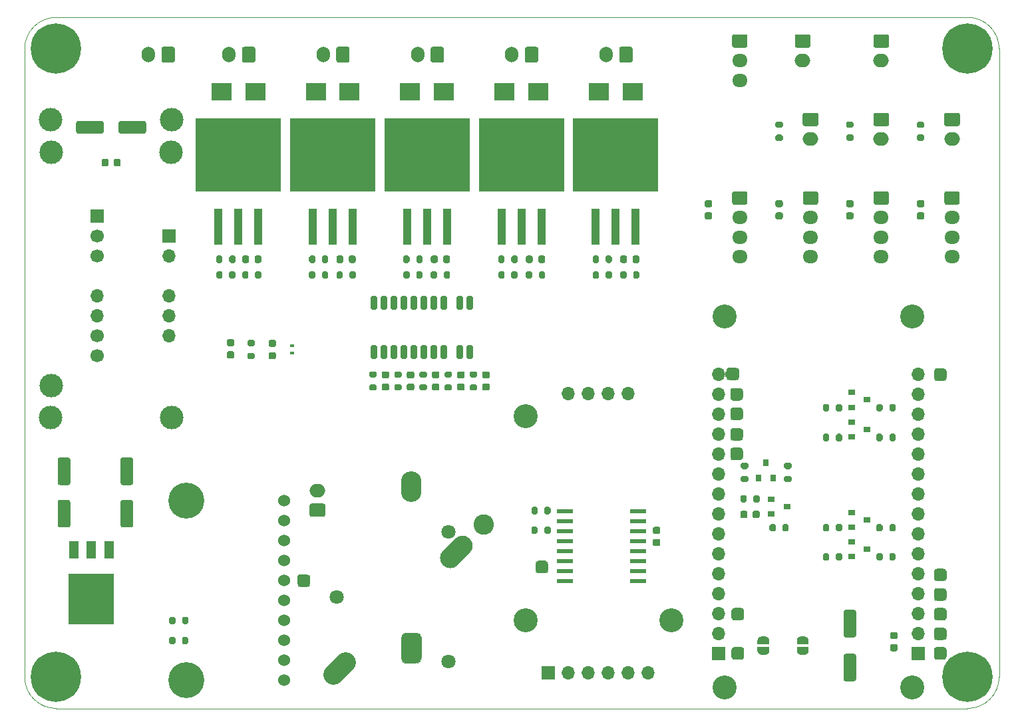
<source format=gts>
%TF.GenerationSoftware,KiCad,Pcbnew,5.1.9-73d0e3b20d~88~ubuntu20.04.1*%
%TF.CreationDate,2021-10-14T18:02:57+05:30*%
%TF.ProjectId,vayuO2,76617975-4f32-42e6-9b69-6361645f7063,rev 2*%
%TF.SameCoordinates,Original*%
%TF.FileFunction,Soldermask,Top*%
%TF.FilePolarity,Negative*%
%FSLAX46Y46*%
G04 Gerber Fmt 4.6, Leading zero omitted, Abs format (unit mm)*
G04 Created by KiCad (PCBNEW 5.1.9-73d0e3b20d~88~ubuntu20.04.1) date 2021-10-14 18:02:57*
%MOMM*%
%LPD*%
G01*
G04 APERTURE LIST*
%TA.AperFunction,Profile*%
%ADD10C,0.076200*%
%TD*%
%ADD11C,3.000000*%
%ADD12O,1.700000X1.700000*%
%ADD13C,1.700000*%
%ADD14R,1.700000X1.700000*%
%ADD15O,1.700000X2.000000*%
%ADD16O,2.000000X1.700000*%
%ADD17O,1.950000X1.700000*%
%ADD18R,10.800000X9.400000*%
%ADD19R,1.100000X4.600000*%
%ADD20C,3.048000*%
%ADD21R,0.900000X0.800000*%
%ADD22C,0.127000*%
%ADD23O,2.600000X3.900000*%
%ADD24C,1.800000*%
%ADD25R,1.200000X2.200000*%
%ADD26R,5.800000X6.400000*%
%ADD27R,0.600000X0.400000*%
%ADD28C,6.400000*%
%ADD29C,0.800000*%
%ADD30C,2.600000*%
%ADD31R,1.998980X0.599440*%
%ADD32R,0.800000X0.900000*%
%ADD33R,2.500000X2.300000*%
%ADD34C,1.524000*%
%ADD35C,4.572000*%
G04 APERTURE END LIST*
D10*
X174000000Y-54000000D02*
X174000000Y-134000000D01*
X54000000Y-138000000D02*
X170000000Y-138000000D01*
X54000000Y-138000000D02*
G75*
G02*
X50000000Y-134000000I0J4000000D01*
G01*
X50000000Y-54000000D02*
G75*
G02*
X54000000Y-50000000I4000000J0D01*
G01*
X170000000Y-50000000D02*
G75*
G02*
X174000000Y-54000000I0J-4000000D01*
G01*
X174000000Y-134000000D02*
G75*
G02*
X170000000Y-138000000I-4000000J0D01*
G01*
X50000000Y-54000000D02*
X50000000Y-134000000D01*
X170000000Y-50000000D02*
X54000000Y-50000000D01*
X174000000Y-54000000D02*
X174000000Y-134000000D01*
X54000000Y-138000000D02*
X170000000Y-138000000D01*
X54000000Y-138000000D02*
G75*
G02*
X50000000Y-134000000I0J4000000D01*
G01*
X50000000Y-54000000D02*
G75*
G02*
X54000000Y-50000000I4000000J0D01*
G01*
X170000000Y-50000000D02*
G75*
G02*
X174000000Y-54000000I0J-4000000D01*
G01*
X174000000Y-134000000D02*
G75*
G02*
X170000000Y-138000000I-4000000J0D01*
G01*
X50000000Y-54000000D02*
X50000000Y-134000000D01*
X170000000Y-50000000D02*
X54000000Y-50000000D01*
G36*
G01*
X94655000Y-87275000D02*
X94255000Y-87275000D01*
G75*
G02*
X94055000Y-87075000I0J200000D01*
G01*
X94055000Y-85675000D01*
G75*
G02*
X94255000Y-85475000I200000J0D01*
G01*
X94655000Y-85475000D01*
G75*
G02*
X94855000Y-85675000I0J-200000D01*
G01*
X94855000Y-87075000D01*
G75*
G02*
X94655000Y-87275000I-200000J0D01*
G01*
G37*
G36*
G01*
X95925000Y-87275000D02*
X95525000Y-87275000D01*
G75*
G02*
X95325000Y-87075000I0J200000D01*
G01*
X95325000Y-85675000D01*
G75*
G02*
X95525000Y-85475000I200000J0D01*
G01*
X95925000Y-85475000D01*
G75*
G02*
X96125000Y-85675000I0J-200000D01*
G01*
X96125000Y-87075000D01*
G75*
G02*
X95925000Y-87275000I-200000J0D01*
G01*
G37*
G36*
G01*
X97195000Y-87275000D02*
X96795000Y-87275000D01*
G75*
G02*
X96595000Y-87075000I0J200000D01*
G01*
X96595000Y-85675000D01*
G75*
G02*
X96795000Y-85475000I200000J0D01*
G01*
X97195000Y-85475000D01*
G75*
G02*
X97395000Y-85675000I0J-200000D01*
G01*
X97395000Y-87075000D01*
G75*
G02*
X97195000Y-87275000I-200000J0D01*
G01*
G37*
G36*
G01*
X98465000Y-87275000D02*
X98065000Y-87275000D01*
G75*
G02*
X97865000Y-87075000I0J200000D01*
G01*
X97865000Y-85675000D01*
G75*
G02*
X98065000Y-85475000I200000J0D01*
G01*
X98465000Y-85475000D01*
G75*
G02*
X98665000Y-85675000I0J-200000D01*
G01*
X98665000Y-87075000D01*
G75*
G02*
X98465000Y-87275000I-200000J0D01*
G01*
G37*
G36*
G01*
X99735000Y-87275000D02*
X99335000Y-87275000D01*
G75*
G02*
X99135000Y-87075000I0J200000D01*
G01*
X99135000Y-85675000D01*
G75*
G02*
X99335000Y-85475000I200000J0D01*
G01*
X99735000Y-85475000D01*
G75*
G02*
X99935000Y-85675000I0J-200000D01*
G01*
X99935000Y-87075000D01*
G75*
G02*
X99735000Y-87275000I-200000J0D01*
G01*
G37*
G36*
G01*
X101005000Y-87275000D02*
X100605000Y-87275000D01*
G75*
G02*
X100405000Y-87075000I0J200000D01*
G01*
X100405000Y-85675000D01*
G75*
G02*
X100605000Y-85475000I200000J0D01*
G01*
X101005000Y-85475000D01*
G75*
G02*
X101205000Y-85675000I0J-200000D01*
G01*
X101205000Y-87075000D01*
G75*
G02*
X101005000Y-87275000I-200000J0D01*
G01*
G37*
G36*
G01*
X102275000Y-87275000D02*
X101875000Y-87275000D01*
G75*
G02*
X101675000Y-87075000I0J200000D01*
G01*
X101675000Y-85675000D01*
G75*
G02*
X101875000Y-85475000I200000J0D01*
G01*
X102275000Y-85475000D01*
G75*
G02*
X102475000Y-85675000I0J-200000D01*
G01*
X102475000Y-87075000D01*
G75*
G02*
X102275000Y-87275000I-200000J0D01*
G01*
G37*
G36*
G01*
X103545000Y-87275000D02*
X103145000Y-87275000D01*
G75*
G02*
X102945000Y-87075000I0J200000D01*
G01*
X102945000Y-85675000D01*
G75*
G02*
X103145000Y-85475000I200000J0D01*
G01*
X103545000Y-85475000D01*
G75*
G02*
X103745000Y-85675000I0J-200000D01*
G01*
X103745000Y-87075000D01*
G75*
G02*
X103545000Y-87275000I-200000J0D01*
G01*
G37*
G36*
G01*
X103545000Y-93525000D02*
X103145000Y-93525000D01*
G75*
G02*
X102945000Y-93325000I0J200000D01*
G01*
X102945000Y-91925000D01*
G75*
G02*
X103145000Y-91725000I200000J0D01*
G01*
X103545000Y-91725000D01*
G75*
G02*
X103745000Y-91925000I0J-200000D01*
G01*
X103745000Y-93325000D01*
G75*
G02*
X103545000Y-93525000I-200000J0D01*
G01*
G37*
G36*
G01*
X102275000Y-93525000D02*
X101875000Y-93525000D01*
G75*
G02*
X101675000Y-93325000I0J200000D01*
G01*
X101675000Y-91925000D01*
G75*
G02*
X101875000Y-91725000I200000J0D01*
G01*
X102275000Y-91725000D01*
G75*
G02*
X102475000Y-91925000I0J-200000D01*
G01*
X102475000Y-93325000D01*
G75*
G02*
X102275000Y-93525000I-200000J0D01*
G01*
G37*
G36*
G01*
X101005000Y-93525000D02*
X100605000Y-93525000D01*
G75*
G02*
X100405000Y-93325000I0J200000D01*
G01*
X100405000Y-91925000D01*
G75*
G02*
X100605000Y-91725000I200000J0D01*
G01*
X101005000Y-91725000D01*
G75*
G02*
X101205000Y-91925000I0J-200000D01*
G01*
X101205000Y-93325000D01*
G75*
G02*
X101005000Y-93525000I-200000J0D01*
G01*
G37*
G36*
G01*
X99735000Y-93525000D02*
X99335000Y-93525000D01*
G75*
G02*
X99135000Y-93325000I0J200000D01*
G01*
X99135000Y-91925000D01*
G75*
G02*
X99335000Y-91725000I200000J0D01*
G01*
X99735000Y-91725000D01*
G75*
G02*
X99935000Y-91925000I0J-200000D01*
G01*
X99935000Y-93325000D01*
G75*
G02*
X99735000Y-93525000I-200000J0D01*
G01*
G37*
G36*
G01*
X98465000Y-93525000D02*
X98065000Y-93525000D01*
G75*
G02*
X97865000Y-93325000I0J200000D01*
G01*
X97865000Y-91925000D01*
G75*
G02*
X98065000Y-91725000I200000J0D01*
G01*
X98465000Y-91725000D01*
G75*
G02*
X98665000Y-91925000I0J-200000D01*
G01*
X98665000Y-93325000D01*
G75*
G02*
X98465000Y-93525000I-200000J0D01*
G01*
G37*
G36*
G01*
X97195000Y-93525000D02*
X96795000Y-93525000D01*
G75*
G02*
X96595000Y-93325000I0J200000D01*
G01*
X96595000Y-91925000D01*
G75*
G02*
X96795000Y-91725000I200000J0D01*
G01*
X97195000Y-91725000D01*
G75*
G02*
X97395000Y-91925000I0J-200000D01*
G01*
X97395000Y-93325000D01*
G75*
G02*
X97195000Y-93525000I-200000J0D01*
G01*
G37*
G36*
G01*
X95925000Y-93525000D02*
X95525000Y-93525000D01*
G75*
G02*
X95325000Y-93325000I0J200000D01*
G01*
X95325000Y-91925000D01*
G75*
G02*
X95525000Y-91725000I200000J0D01*
G01*
X95925000Y-91725000D01*
G75*
G02*
X96125000Y-91925000I0J-200000D01*
G01*
X96125000Y-93325000D01*
G75*
G02*
X95925000Y-93525000I-200000J0D01*
G01*
G37*
G36*
G01*
X94655000Y-93525000D02*
X94255000Y-93525000D01*
G75*
G02*
X94055000Y-93325000I0J200000D01*
G01*
X94055000Y-91925000D01*
G75*
G02*
X94255000Y-91725000I200000J0D01*
G01*
X94655000Y-91725000D01*
G75*
G02*
X94855000Y-91925000I0J-200000D01*
G01*
X94855000Y-93325000D01*
G75*
G02*
X94655000Y-93525000I-200000J0D01*
G01*
G37*
G36*
G01*
X139300000Y-95800000D02*
X139300000Y-95000000D01*
G75*
G02*
X139700000Y-94600000I400000J0D01*
G01*
X140500000Y-94600000D01*
G75*
G02*
X140900000Y-95000000I0J-400000D01*
G01*
X140900000Y-95800000D01*
G75*
G02*
X140500000Y-96200000I-400000J0D01*
G01*
X139700000Y-96200000D01*
G75*
G02*
X139300000Y-95800000I0J400000D01*
G01*
G37*
G36*
G01*
X165700000Y-95900000D02*
X165700000Y-95100000D01*
G75*
G02*
X166100000Y-94700000I400000J0D01*
G01*
X166900000Y-94700000D01*
G75*
G02*
X167300000Y-95100000I0J-400000D01*
G01*
X167300000Y-95900000D01*
G75*
G02*
X166900000Y-96300000I-400000J0D01*
G01*
X166100000Y-96300000D01*
G75*
G02*
X165700000Y-95900000I0J400000D01*
G01*
G37*
G36*
G01*
X139800000Y-98400000D02*
X139800000Y-97600000D01*
G75*
G02*
X140200000Y-97200000I400000J0D01*
G01*
X141000000Y-97200000D01*
G75*
G02*
X141400000Y-97600000I0J-400000D01*
G01*
X141400000Y-98400000D01*
G75*
G02*
X141000000Y-98800000I-400000J0D01*
G01*
X140200000Y-98800000D01*
G75*
G02*
X139800000Y-98400000I0J400000D01*
G01*
G37*
G36*
G01*
X139800000Y-100900000D02*
X139800000Y-100100000D01*
G75*
G02*
X140200000Y-99700000I400000J0D01*
G01*
X141000000Y-99700000D01*
G75*
G02*
X141400000Y-100100000I0J-400000D01*
G01*
X141400000Y-100900000D01*
G75*
G02*
X141000000Y-101300000I-400000J0D01*
G01*
X140200000Y-101300000D01*
G75*
G02*
X139800000Y-100900000I0J400000D01*
G01*
G37*
G36*
G01*
X139800000Y-103500000D02*
X139800000Y-102700000D01*
G75*
G02*
X140200000Y-102300000I400000J0D01*
G01*
X141000000Y-102300000D01*
G75*
G02*
X141400000Y-102700000I0J-400000D01*
G01*
X141400000Y-103500000D01*
G75*
G02*
X141000000Y-103900000I-400000J0D01*
G01*
X140200000Y-103900000D01*
G75*
G02*
X139800000Y-103500000I0J400000D01*
G01*
G37*
G36*
G01*
X139800000Y-106000000D02*
X139800000Y-105200000D01*
G75*
G02*
X140200000Y-104800000I400000J0D01*
G01*
X141000000Y-104800000D01*
G75*
G02*
X141400000Y-105200000I0J-400000D01*
G01*
X141400000Y-106000000D01*
G75*
G02*
X141000000Y-106400000I-400000J0D01*
G01*
X140200000Y-106400000D01*
G75*
G02*
X139800000Y-106000000I0J400000D01*
G01*
G37*
G36*
G01*
X165700000Y-121400000D02*
X165700000Y-120600000D01*
G75*
G02*
X166100000Y-120200000I400000J0D01*
G01*
X166900000Y-120200000D01*
G75*
G02*
X167300000Y-120600000I0J-400000D01*
G01*
X167300000Y-121400000D01*
G75*
G02*
X166900000Y-121800000I-400000J0D01*
G01*
X166100000Y-121800000D01*
G75*
G02*
X165700000Y-121400000I0J400000D01*
G01*
G37*
G36*
G01*
X165700000Y-123900000D02*
X165700000Y-123100000D01*
G75*
G02*
X166100000Y-122700000I400000J0D01*
G01*
X166900000Y-122700000D01*
G75*
G02*
X167300000Y-123100000I0J-400000D01*
G01*
X167300000Y-123900000D01*
G75*
G02*
X166900000Y-124300000I-400000J0D01*
G01*
X166100000Y-124300000D01*
G75*
G02*
X165700000Y-123900000I0J400000D01*
G01*
G37*
G36*
G01*
X85900000Y-122530000D02*
X85100000Y-122530000D01*
G75*
G02*
X84700000Y-122130000I0J400000D01*
G01*
X84700000Y-121330000D01*
G75*
G02*
X85100000Y-120930000I400000J0D01*
G01*
X85900000Y-120930000D01*
G75*
G02*
X86300000Y-121330000I0J-400000D01*
G01*
X86300000Y-122130000D01*
G75*
G02*
X85900000Y-122530000I-400000J0D01*
G01*
G37*
G36*
G01*
X139950000Y-126400000D02*
X139950000Y-125600000D01*
G75*
G02*
X140350000Y-125200000I400000J0D01*
G01*
X141150000Y-125200000D01*
G75*
G02*
X141550000Y-125600000I0J-400000D01*
G01*
X141550000Y-126400000D01*
G75*
G02*
X141150000Y-126800000I-400000J0D01*
G01*
X140350000Y-126800000D01*
G75*
G02*
X139950000Y-126400000I0J400000D01*
G01*
G37*
G36*
G01*
X165700000Y-126400000D02*
X165700000Y-125600000D01*
G75*
G02*
X166100000Y-125200000I400000J0D01*
G01*
X166900000Y-125200000D01*
G75*
G02*
X167300000Y-125600000I0J-400000D01*
G01*
X167300000Y-126400000D01*
G75*
G02*
X166900000Y-126800000I-400000J0D01*
G01*
X166100000Y-126800000D01*
G75*
G02*
X165700000Y-126400000I0J400000D01*
G01*
G37*
G36*
G01*
X165700000Y-128900000D02*
X165700000Y-128100000D01*
G75*
G02*
X166100000Y-127700000I400000J0D01*
G01*
X166900000Y-127700000D01*
G75*
G02*
X167300000Y-128100000I0J-400000D01*
G01*
X167300000Y-128900000D01*
G75*
G02*
X166900000Y-129300000I-400000J0D01*
G01*
X166100000Y-129300000D01*
G75*
G02*
X165700000Y-128900000I0J400000D01*
G01*
G37*
G36*
G01*
X139950000Y-131400000D02*
X139950000Y-130600000D01*
G75*
G02*
X140350000Y-130200000I400000J0D01*
G01*
X141150000Y-130200000D01*
G75*
G02*
X141550000Y-130600000I0J-400000D01*
G01*
X141550000Y-131400000D01*
G75*
G02*
X141150000Y-131800000I-400000J0D01*
G01*
X140350000Y-131800000D01*
G75*
G02*
X139950000Y-131400000I0J400000D01*
G01*
G37*
G36*
G01*
X165700000Y-131400000D02*
X165700000Y-130600000D01*
G75*
G02*
X166100000Y-130200000I400000J0D01*
G01*
X166900000Y-130200000D01*
G75*
G02*
X167300000Y-130600000I0J-400000D01*
G01*
X167300000Y-131400000D01*
G75*
G02*
X166900000Y-131800000I-400000J0D01*
G01*
X166100000Y-131800000D01*
G75*
G02*
X165700000Y-131400000I0J400000D01*
G01*
G37*
D11*
X53350000Y-96850000D03*
X53350000Y-67150000D03*
X68650000Y-67150000D03*
X53300000Y-100950000D03*
X68700000Y-100950000D03*
X53300000Y-63050000D03*
X68700000Y-63050000D03*
D12*
X59200000Y-88000000D03*
X59200000Y-85460000D03*
D13*
X59200000Y-77840000D03*
D14*
X59200000Y-75300000D03*
D13*
X59200000Y-80380000D03*
X59200000Y-90540000D03*
X59200000Y-93080000D03*
D14*
X68400000Y-77800000D03*
D12*
X68400000Y-80340000D03*
X68400000Y-85420000D03*
X68400000Y-87960000D03*
X68400000Y-90500000D03*
D15*
X65750000Y-54750000D03*
G36*
G01*
X69100000Y-54000000D02*
X69100000Y-55500000D01*
G75*
G02*
X68850000Y-55750000I-250000J0D01*
G01*
X67650000Y-55750000D01*
G75*
G02*
X67400000Y-55500000I0J250000D01*
G01*
X67400000Y-54000000D01*
G75*
G02*
X67650000Y-53750000I250000J0D01*
G01*
X68850000Y-53750000D01*
G75*
G02*
X69100000Y-54000000I0J-250000D01*
G01*
G37*
G36*
G01*
X90475000Y-82525000D02*
X90475000Y-83075000D01*
G75*
G02*
X90275000Y-83275000I-200000J0D01*
G01*
X89875000Y-83275000D01*
G75*
G02*
X89675000Y-83075000I0J200000D01*
G01*
X89675000Y-82525000D01*
G75*
G02*
X89875000Y-82325000I200000J0D01*
G01*
X90275000Y-82325000D01*
G75*
G02*
X90475000Y-82525000I0J-200000D01*
G01*
G37*
G36*
G01*
X92125000Y-82525000D02*
X92125000Y-83075000D01*
G75*
G02*
X91925000Y-83275000I-200000J0D01*
G01*
X91525000Y-83275000D01*
G75*
G02*
X91325000Y-83075000I0J200000D01*
G01*
X91325000Y-82525000D01*
G75*
G02*
X91525000Y-82325000I200000J0D01*
G01*
X91925000Y-82325000D01*
G75*
G02*
X92125000Y-82525000I0J-200000D01*
G01*
G37*
G36*
G01*
X86975000Y-82525000D02*
X86975000Y-83075000D01*
G75*
G02*
X86775000Y-83275000I-200000J0D01*
G01*
X86375000Y-83275000D01*
G75*
G02*
X86175000Y-83075000I0J200000D01*
G01*
X86175000Y-82525000D01*
G75*
G02*
X86375000Y-82325000I200000J0D01*
G01*
X86775000Y-82325000D01*
G75*
G02*
X86975000Y-82525000I0J-200000D01*
G01*
G37*
G36*
G01*
X88625000Y-82525000D02*
X88625000Y-83075000D01*
G75*
G02*
X88425000Y-83275000I-200000J0D01*
G01*
X88025000Y-83275000D01*
G75*
G02*
X87825000Y-83075000I0J200000D01*
G01*
X87825000Y-82525000D01*
G75*
G02*
X88025000Y-82325000I200000J0D01*
G01*
X88425000Y-82325000D01*
G75*
G02*
X88625000Y-82525000I0J-200000D01*
G01*
G37*
G36*
G01*
X86975000Y-80525000D02*
X86975000Y-81075000D01*
G75*
G02*
X86775000Y-81275000I-200000J0D01*
G01*
X86375000Y-81275000D01*
G75*
G02*
X86175000Y-81075000I0J200000D01*
G01*
X86175000Y-80525000D01*
G75*
G02*
X86375000Y-80325000I200000J0D01*
G01*
X86775000Y-80325000D01*
G75*
G02*
X86975000Y-80525000I0J-200000D01*
G01*
G37*
G36*
G01*
X88625000Y-80525000D02*
X88625000Y-81075000D01*
G75*
G02*
X88425000Y-81275000I-200000J0D01*
G01*
X88025000Y-81275000D01*
G75*
G02*
X87825000Y-81075000I0J200000D01*
G01*
X87825000Y-80525000D01*
G75*
G02*
X88025000Y-80325000I200000J0D01*
G01*
X88425000Y-80325000D01*
G75*
G02*
X88625000Y-80525000I0J-200000D01*
G01*
G37*
G36*
G01*
X91250000Y-81056250D02*
X91250000Y-80543750D01*
G75*
G02*
X91468750Y-80325000I218750J0D01*
G01*
X91906250Y-80325000D01*
G75*
G02*
X92125000Y-80543750I0J-218750D01*
G01*
X92125000Y-81056250D01*
G75*
G02*
X91906250Y-81275000I-218750J0D01*
G01*
X91468750Y-81275000D01*
G75*
G02*
X91250000Y-81056250I0J218750D01*
G01*
G37*
G36*
G01*
X89675000Y-81056250D02*
X89675000Y-80543750D01*
G75*
G02*
X89893750Y-80325000I218750J0D01*
G01*
X90331250Y-80325000D01*
G75*
G02*
X90550000Y-80543750I0J-218750D01*
G01*
X90550000Y-81056250D01*
G75*
G02*
X90331250Y-81275000I-218750J0D01*
G01*
X89893750Y-81275000D01*
G75*
G02*
X89675000Y-81056250I0J218750D01*
G01*
G37*
X76000000Y-54750000D03*
G36*
G01*
X79350000Y-54000000D02*
X79350000Y-55500000D01*
G75*
G02*
X79100000Y-55750000I-250000J0D01*
G01*
X77900000Y-55750000D01*
G75*
G02*
X77650000Y-55500000I0J250000D01*
G01*
X77650000Y-54000000D01*
G75*
G02*
X77900000Y-53750000I250000J0D01*
G01*
X79100000Y-53750000D01*
G75*
G02*
X79350000Y-54000000I0J-250000D01*
G01*
G37*
D16*
X159000000Y-65500000D03*
G36*
G01*
X158250000Y-62150000D02*
X159750000Y-62150000D01*
G75*
G02*
X160000000Y-62400000I0J-250000D01*
G01*
X160000000Y-63600000D01*
G75*
G02*
X159750000Y-63850000I-250000J0D01*
G01*
X158250000Y-63850000D01*
G75*
G02*
X158000000Y-63600000I0J250000D01*
G01*
X158000000Y-62400000D01*
G75*
G02*
X158250000Y-62150000I250000J0D01*
G01*
G37*
D17*
X150000000Y-80500000D03*
X150000000Y-78000000D03*
X150000000Y-75500000D03*
G36*
G01*
X149275000Y-72150000D02*
X150725000Y-72150000D01*
G75*
G02*
X150975000Y-72400000I0J-250000D01*
G01*
X150975000Y-73600000D01*
G75*
G02*
X150725000Y-73850000I-250000J0D01*
G01*
X149275000Y-73850000D01*
G75*
G02*
X149025000Y-73600000I0J250000D01*
G01*
X149025000Y-72400000D01*
G75*
G02*
X149275000Y-72150000I250000J0D01*
G01*
G37*
X159000000Y-80500000D03*
X159000000Y-78000000D03*
X159000000Y-75500000D03*
G36*
G01*
X158275000Y-72150000D02*
X159725000Y-72150000D01*
G75*
G02*
X159975000Y-72400000I0J-250000D01*
G01*
X159975000Y-73600000D01*
G75*
G02*
X159725000Y-73850000I-250000J0D01*
G01*
X158275000Y-73850000D01*
G75*
G02*
X158025000Y-73600000I0J250000D01*
G01*
X158025000Y-72400000D01*
G75*
G02*
X158275000Y-72150000I250000J0D01*
G01*
G37*
D18*
X125200000Y-67475000D03*
D19*
X127740000Y-76625000D03*
X125200000Y-76625000D03*
X122660000Y-76625000D03*
D18*
X113200000Y-67500000D03*
D19*
X115740000Y-76650000D03*
X113200000Y-76650000D03*
X110660000Y-76650000D03*
D18*
X101200000Y-67475000D03*
D19*
X103740000Y-76625000D03*
X101200000Y-76625000D03*
X98660000Y-76625000D03*
D18*
X89200000Y-67500000D03*
D19*
X91740000Y-76650000D03*
X89200000Y-76650000D03*
X86660000Y-76650000D03*
D18*
X77200000Y-67500000D03*
D19*
X79740000Y-76650000D03*
X77200000Y-76650000D03*
X74660000Y-76650000D03*
D14*
X163700000Y-131000000D03*
D12*
X163700000Y-128460000D03*
X163700000Y-125920000D03*
X163700000Y-123380000D03*
X163700000Y-120840000D03*
X163700000Y-118300000D03*
X163700000Y-115760000D03*
X163700000Y-113220000D03*
X163700000Y-110680000D03*
X163700000Y-108140000D03*
X163700000Y-105600000D03*
X163700000Y-103060000D03*
X163700000Y-100520000D03*
X163700000Y-97980000D03*
X163700000Y-95440000D03*
X138300000Y-95440000D03*
X138300000Y-115760000D03*
X138300000Y-110680000D03*
X138300000Y-105600000D03*
X138300000Y-113220000D03*
X138300000Y-108140000D03*
X138300000Y-100520000D03*
X138300000Y-97980000D03*
X138300000Y-103060000D03*
X138300000Y-125920000D03*
X138300000Y-118300000D03*
X138300000Y-120840000D03*
X138300000Y-123380000D03*
X138300000Y-128460000D03*
D14*
X138300000Y-131000000D03*
D20*
X139062000Y-135318000D03*
X162938000Y-135318000D03*
X162938000Y-88074000D03*
X139062000Y-88074000D03*
D21*
X157200000Y-114000000D03*
X155200000Y-114950000D03*
X155200000Y-113050000D03*
X147000000Y-112300000D03*
X145000000Y-113250000D03*
X145000000Y-111350000D03*
D22*
G36*
X143250602Y-129350000D02*
G01*
X143250602Y-129325466D01*
X143255412Y-129276635D01*
X143264984Y-129228510D01*
X143279228Y-129181555D01*
X143298005Y-129136222D01*
X143321136Y-129092949D01*
X143348396Y-129052150D01*
X143379524Y-129014221D01*
X143414221Y-128979524D01*
X143452150Y-128948396D01*
X143492949Y-128921136D01*
X143536222Y-128898005D01*
X143581555Y-128879228D01*
X143628510Y-128864984D01*
X143676635Y-128855412D01*
X143725466Y-128850602D01*
X143750000Y-128850602D01*
X143750000Y-128850000D01*
X144250000Y-128850000D01*
X144250000Y-128850602D01*
X144274534Y-128850602D01*
X144323365Y-128855412D01*
X144371490Y-128864984D01*
X144418445Y-128879228D01*
X144463778Y-128898005D01*
X144507051Y-128921136D01*
X144547850Y-128948396D01*
X144585779Y-128979524D01*
X144620476Y-129014221D01*
X144651604Y-129052150D01*
X144678864Y-129092949D01*
X144701995Y-129136222D01*
X144720772Y-129181555D01*
X144735016Y-129228510D01*
X144744588Y-129276635D01*
X144749398Y-129325466D01*
X144749398Y-129350000D01*
X144750000Y-129350000D01*
X144750000Y-129850000D01*
X143250000Y-129850000D01*
X143250000Y-129350000D01*
X143250602Y-129350000D01*
G37*
G36*
X144750000Y-130150000D02*
G01*
X144750000Y-130650000D01*
X144749398Y-130650000D01*
X144749398Y-130674534D01*
X144744588Y-130723365D01*
X144735016Y-130771490D01*
X144720772Y-130818445D01*
X144701995Y-130863778D01*
X144678864Y-130907051D01*
X144651604Y-130947850D01*
X144620476Y-130985779D01*
X144585779Y-131020476D01*
X144547850Y-131051604D01*
X144507051Y-131078864D01*
X144463778Y-131101995D01*
X144418445Y-131120772D01*
X144371490Y-131135016D01*
X144323365Y-131144588D01*
X144274534Y-131149398D01*
X144250000Y-131149398D01*
X144250000Y-131150000D01*
X143750000Y-131150000D01*
X143750000Y-131149398D01*
X143725466Y-131149398D01*
X143676635Y-131144588D01*
X143628510Y-131135016D01*
X143581555Y-131120772D01*
X143536222Y-131101995D01*
X143492949Y-131078864D01*
X143452150Y-131051604D01*
X143414221Y-131020476D01*
X143379524Y-130985779D01*
X143348396Y-130947850D01*
X143321136Y-130907051D01*
X143298005Y-130863778D01*
X143279228Y-130818445D01*
X143264984Y-130771490D01*
X143255412Y-130723365D01*
X143250602Y-130674534D01*
X143250602Y-130650000D01*
X143250000Y-130650000D01*
X143250000Y-130150000D01*
X144750000Y-130150000D01*
G37*
G36*
X148250000Y-129850000D02*
G01*
X148250000Y-129350000D01*
X148250602Y-129350000D01*
X148250602Y-129325466D01*
X148255412Y-129276635D01*
X148264984Y-129228510D01*
X148279228Y-129181555D01*
X148298005Y-129136222D01*
X148321136Y-129092949D01*
X148348396Y-129052150D01*
X148379524Y-129014221D01*
X148414221Y-128979524D01*
X148452150Y-128948396D01*
X148492949Y-128921136D01*
X148536222Y-128898005D01*
X148581555Y-128879228D01*
X148628510Y-128864984D01*
X148676635Y-128855412D01*
X148725466Y-128850602D01*
X148750000Y-128850602D01*
X148750000Y-128850000D01*
X149250000Y-128850000D01*
X149250000Y-128850602D01*
X149274534Y-128850602D01*
X149323365Y-128855412D01*
X149371490Y-128864984D01*
X149418445Y-128879228D01*
X149463778Y-128898005D01*
X149507051Y-128921136D01*
X149547850Y-128948396D01*
X149585779Y-128979524D01*
X149620476Y-129014221D01*
X149651604Y-129052150D01*
X149678864Y-129092949D01*
X149701995Y-129136222D01*
X149720772Y-129181555D01*
X149735016Y-129228510D01*
X149744588Y-129276635D01*
X149749398Y-129325466D01*
X149749398Y-129350000D01*
X149750000Y-129350000D01*
X149750000Y-129850000D01*
X148250000Y-129850000D01*
G37*
G36*
X149749398Y-130650000D02*
G01*
X149749398Y-130674534D01*
X149744588Y-130723365D01*
X149735016Y-130771490D01*
X149720772Y-130818445D01*
X149701995Y-130863778D01*
X149678864Y-130907051D01*
X149651604Y-130947850D01*
X149620476Y-130985779D01*
X149585779Y-131020476D01*
X149547850Y-131051604D01*
X149507051Y-131078864D01*
X149463778Y-131101995D01*
X149418445Y-131120772D01*
X149371490Y-131135016D01*
X149323365Y-131144588D01*
X149274534Y-131149398D01*
X149250000Y-131149398D01*
X149250000Y-131150000D01*
X148750000Y-131150000D01*
X148750000Y-131149398D01*
X148725466Y-131149398D01*
X148676635Y-131144588D01*
X148628510Y-131135016D01*
X148581555Y-131120772D01*
X148536222Y-131101995D01*
X148492949Y-131078864D01*
X148452150Y-131051604D01*
X148414221Y-131020476D01*
X148379524Y-130985779D01*
X148348396Y-130947850D01*
X148321136Y-130907051D01*
X148298005Y-130863778D01*
X148279228Y-130818445D01*
X148264984Y-130771490D01*
X148255412Y-130723365D01*
X148250602Y-130674534D01*
X148250602Y-130650000D01*
X148250000Y-130650000D01*
X148250000Y-130150000D01*
X149750000Y-130150000D01*
X149750000Y-130650000D01*
X149749398Y-130650000D01*
G37*
G36*
G01*
X100500000Y-129000000D02*
X100500000Y-131600000D01*
G75*
G02*
X99850000Y-132250000I-650000J0D01*
G01*
X98550000Y-132250000D01*
G75*
G02*
X97900000Y-131600000I0J650000D01*
G01*
X97900000Y-129000000D01*
G75*
G02*
X98550000Y-128350000I650000J0D01*
G01*
X99850000Y-128350000D01*
G75*
G02*
X100500000Y-129000000I0J-650000D01*
G01*
G37*
D23*
X99200000Y-109800000D03*
D24*
X103962000Y-115551000D03*
X89675000Y-123800000D03*
X103962000Y-132049000D03*
G36*
G01*
X164275000Y-64075000D02*
X163725000Y-64075000D01*
G75*
G02*
X163525000Y-63875000I0J200000D01*
G01*
X163525000Y-63475000D01*
G75*
G02*
X163725000Y-63275000I200000J0D01*
G01*
X164275000Y-63275000D01*
G75*
G02*
X164475000Y-63475000I0J-200000D01*
G01*
X164475000Y-63875000D01*
G75*
G02*
X164275000Y-64075000I-200000J0D01*
G01*
G37*
G36*
G01*
X164275000Y-65725000D02*
X163725000Y-65725000D01*
G75*
G02*
X163525000Y-65525000I0J200000D01*
G01*
X163525000Y-65125000D01*
G75*
G02*
X163725000Y-64925000I200000J0D01*
G01*
X164275000Y-64925000D01*
G75*
G02*
X164475000Y-65125000I0J-200000D01*
G01*
X164475000Y-65525000D01*
G75*
G02*
X164275000Y-65725000I-200000J0D01*
G01*
G37*
G36*
G01*
X155550000Y-128950000D02*
X154450000Y-128950000D01*
G75*
G02*
X154200000Y-128700000I0J250000D01*
G01*
X154200000Y-125700000D01*
G75*
G02*
X154450000Y-125450000I250000J0D01*
G01*
X155550000Y-125450000D01*
G75*
G02*
X155800000Y-125700000I0J-250000D01*
G01*
X155800000Y-128700000D01*
G75*
G02*
X155550000Y-128950000I-250000J0D01*
G01*
G37*
G36*
G01*
X155550000Y-134550000D02*
X154450000Y-134550000D01*
G75*
G02*
X154200000Y-134300000I0J250000D01*
G01*
X154200000Y-131300000D01*
G75*
G02*
X154450000Y-131050000I250000J0D01*
G01*
X155550000Y-131050000D01*
G75*
G02*
X155800000Y-131300000I0J-250000D01*
G01*
X155800000Y-134300000D01*
G75*
G02*
X155550000Y-134550000I-250000J0D01*
G01*
G37*
D16*
X149000000Y-55500000D03*
G36*
G01*
X148250000Y-52150000D02*
X149750000Y-52150000D01*
G75*
G02*
X150000000Y-52400000I0J-250000D01*
G01*
X150000000Y-53600000D01*
G75*
G02*
X149750000Y-53850000I-250000J0D01*
G01*
X148250000Y-53850000D01*
G75*
G02*
X148000000Y-53600000I0J250000D01*
G01*
X148000000Y-52400000D01*
G75*
G02*
X148250000Y-52150000I250000J0D01*
G01*
G37*
D15*
X124000000Y-54750000D03*
G36*
G01*
X127350000Y-54000000D02*
X127350000Y-55500000D01*
G75*
G02*
X127100000Y-55750000I-250000J0D01*
G01*
X125900000Y-55750000D01*
G75*
G02*
X125650000Y-55500000I0J250000D01*
G01*
X125650000Y-54000000D01*
G75*
G02*
X125900000Y-53750000I250000J0D01*
G01*
X127100000Y-53750000D01*
G75*
G02*
X127350000Y-54000000I0J-250000D01*
G01*
G37*
X112000000Y-54750000D03*
G36*
G01*
X115350000Y-54000000D02*
X115350000Y-55500000D01*
G75*
G02*
X115100000Y-55750000I-250000J0D01*
G01*
X113900000Y-55750000D01*
G75*
G02*
X113650000Y-55500000I0J250000D01*
G01*
X113650000Y-54000000D01*
G75*
G02*
X113900000Y-53750000I250000J0D01*
G01*
X115100000Y-53750000D01*
G75*
G02*
X115350000Y-54000000I0J-250000D01*
G01*
G37*
X100000000Y-54750000D03*
G36*
G01*
X103350000Y-54000000D02*
X103350000Y-55500000D01*
G75*
G02*
X103100000Y-55750000I-250000J0D01*
G01*
X101900000Y-55750000D01*
G75*
G02*
X101650000Y-55500000I0J250000D01*
G01*
X101650000Y-54000000D01*
G75*
G02*
X101900000Y-53750000I250000J0D01*
G01*
X103100000Y-53750000D01*
G75*
G02*
X103350000Y-54000000I0J-250000D01*
G01*
G37*
X88000000Y-54750000D03*
G36*
G01*
X91350000Y-54000000D02*
X91350000Y-55500000D01*
G75*
G02*
X91100000Y-55750000I-250000J0D01*
G01*
X89900000Y-55750000D01*
G75*
G02*
X89650000Y-55500000I0J250000D01*
G01*
X89650000Y-54000000D01*
G75*
G02*
X89900000Y-53750000I250000J0D01*
G01*
X91100000Y-53750000D01*
G75*
G02*
X91350000Y-54000000I0J-250000D01*
G01*
G37*
D14*
X116650000Y-133500000D03*
D12*
X119190000Y-133500000D03*
X121730000Y-133500000D03*
X124270000Y-133500000D03*
X126810000Y-133500000D03*
X129350000Y-133500000D03*
X126810000Y-97940000D03*
X124270000Y-97940000D03*
X119190000Y-97940000D03*
X121730000Y-97940000D03*
D20*
X113750000Y-126770000D03*
X113750000Y-100770000D03*
X132250000Y-126770000D03*
G36*
G01*
X105565000Y-93525000D02*
X105165000Y-93525000D01*
G75*
G02*
X104965000Y-93325000I0J200000D01*
G01*
X104965000Y-91925000D01*
G75*
G02*
X105165000Y-91725000I200000J0D01*
G01*
X105565000Y-91725000D01*
G75*
G02*
X105765000Y-91925000I0J-200000D01*
G01*
X105765000Y-93325000D01*
G75*
G02*
X105565000Y-93525000I-200000J0D01*
G01*
G37*
G36*
G01*
X106835000Y-93525000D02*
X106435000Y-93525000D01*
G75*
G02*
X106235000Y-93325000I0J200000D01*
G01*
X106235000Y-91925000D01*
G75*
G02*
X106435000Y-91725000I200000J0D01*
G01*
X106835000Y-91725000D01*
G75*
G02*
X107035000Y-91925000I0J-200000D01*
G01*
X107035000Y-93325000D01*
G75*
G02*
X106835000Y-93525000I-200000J0D01*
G01*
G37*
G36*
G01*
X106835000Y-87275000D02*
X106435000Y-87275000D01*
G75*
G02*
X106235000Y-87075000I0J200000D01*
G01*
X106235000Y-85675000D01*
G75*
G02*
X106435000Y-85475000I200000J0D01*
G01*
X106835000Y-85475000D01*
G75*
G02*
X107035000Y-85675000I0J-200000D01*
G01*
X107035000Y-87075000D01*
G75*
G02*
X106835000Y-87275000I-200000J0D01*
G01*
G37*
G36*
G01*
X105565000Y-87275000D02*
X105165000Y-87275000D01*
G75*
G02*
X104965000Y-87075000I0J200000D01*
G01*
X104965000Y-85675000D01*
G75*
G02*
X105165000Y-85475000I200000J0D01*
G01*
X105565000Y-85475000D01*
G75*
G02*
X105765000Y-85675000I0J-200000D01*
G01*
X105765000Y-87075000D01*
G75*
G02*
X105565000Y-87275000I-200000J0D01*
G01*
G37*
G36*
G01*
X63550000Y-109550000D02*
X62450000Y-109550000D01*
G75*
G02*
X62200000Y-109300000I0J250000D01*
G01*
X62200000Y-106300000D01*
G75*
G02*
X62450000Y-106050000I250000J0D01*
G01*
X63550000Y-106050000D01*
G75*
G02*
X63800000Y-106300000I0J-250000D01*
G01*
X63800000Y-109300000D01*
G75*
G02*
X63550000Y-109550000I-250000J0D01*
G01*
G37*
G36*
G01*
X63550000Y-114950000D02*
X62450000Y-114950000D01*
G75*
G02*
X62200000Y-114700000I0J250000D01*
G01*
X62200000Y-111700000D01*
G75*
G02*
X62450000Y-111450000I250000J0D01*
G01*
X63550000Y-111450000D01*
G75*
G02*
X63800000Y-111700000I0J-250000D01*
G01*
X63800000Y-114700000D01*
G75*
G02*
X63550000Y-114950000I-250000J0D01*
G01*
G37*
G36*
G01*
X55550000Y-109550000D02*
X54450000Y-109550000D01*
G75*
G02*
X54200000Y-109300000I0J250000D01*
G01*
X54200000Y-106300000D01*
G75*
G02*
X54450000Y-106050000I250000J0D01*
G01*
X55550000Y-106050000D01*
G75*
G02*
X55800000Y-106300000I0J-250000D01*
G01*
X55800000Y-109300000D01*
G75*
G02*
X55550000Y-109550000I-250000J0D01*
G01*
G37*
G36*
G01*
X55550000Y-114950000D02*
X54450000Y-114950000D01*
G75*
G02*
X54200000Y-114700000I0J250000D01*
G01*
X54200000Y-111700000D01*
G75*
G02*
X54450000Y-111450000I250000J0D01*
G01*
X55550000Y-111450000D01*
G75*
G02*
X55800000Y-111700000I0J-250000D01*
G01*
X55800000Y-114700000D01*
G75*
G02*
X55550000Y-114950000I-250000J0D01*
G01*
G37*
G36*
G01*
X60050000Y-63450000D02*
X60050000Y-64550000D01*
G75*
G02*
X59800000Y-64800000I-250000J0D01*
G01*
X56800000Y-64800000D01*
G75*
G02*
X56550000Y-64550000I0J250000D01*
G01*
X56550000Y-63450000D01*
G75*
G02*
X56800000Y-63200000I250000J0D01*
G01*
X59800000Y-63200000D01*
G75*
G02*
X60050000Y-63450000I0J-250000D01*
G01*
G37*
G36*
G01*
X65450000Y-63450000D02*
X65450000Y-64550000D01*
G75*
G02*
X65200000Y-64800000I-250000J0D01*
G01*
X62200000Y-64800000D01*
G75*
G02*
X61950000Y-64550000I0J250000D01*
G01*
X61950000Y-63450000D01*
G75*
G02*
X62200000Y-63200000I250000J0D01*
G01*
X65200000Y-63200000D01*
G75*
G02*
X65450000Y-63450000I0J-250000D01*
G01*
G37*
G36*
G01*
X108950000Y-95975000D02*
X108450000Y-95975000D01*
G75*
G02*
X108225000Y-95750000I0J225000D01*
G01*
X108225000Y-95300000D01*
G75*
G02*
X108450000Y-95075000I225000J0D01*
G01*
X108950000Y-95075000D01*
G75*
G02*
X109175000Y-95300000I0J-225000D01*
G01*
X109175000Y-95750000D01*
G75*
G02*
X108950000Y-95975000I-225000J0D01*
G01*
G37*
G36*
G01*
X108950000Y-97525000D02*
X108450000Y-97525000D01*
G75*
G02*
X108225000Y-97300000I0J225000D01*
G01*
X108225000Y-96850000D01*
G75*
G02*
X108450000Y-96625000I225000J0D01*
G01*
X108950000Y-96625000D01*
G75*
G02*
X109175000Y-96850000I0J-225000D01*
G01*
X109175000Y-97300000D01*
G75*
G02*
X108950000Y-97525000I-225000J0D01*
G01*
G37*
G36*
G01*
X153225000Y-118975000D02*
X153225000Y-118425000D01*
G75*
G02*
X153425000Y-118225000I200000J0D01*
G01*
X153825000Y-118225000D01*
G75*
G02*
X154025000Y-118425000I0J-200000D01*
G01*
X154025000Y-118975000D01*
G75*
G02*
X153825000Y-119175000I-200000J0D01*
G01*
X153425000Y-119175000D01*
G75*
G02*
X153225000Y-118975000I0J200000D01*
G01*
G37*
G36*
G01*
X151575000Y-118975000D02*
X151575000Y-118425000D01*
G75*
G02*
X151775000Y-118225000I200000J0D01*
G01*
X152175000Y-118225000D01*
G75*
G02*
X152375000Y-118425000I0J-200000D01*
G01*
X152375000Y-118975000D01*
G75*
G02*
X152175000Y-119175000I-200000J0D01*
G01*
X151775000Y-119175000D01*
G75*
G02*
X151575000Y-118975000I0J200000D01*
G01*
G37*
G36*
G01*
X159175000Y-118425000D02*
X159175000Y-118975000D01*
G75*
G02*
X158975000Y-119175000I-200000J0D01*
G01*
X158575000Y-119175000D01*
G75*
G02*
X158375000Y-118975000I0J200000D01*
G01*
X158375000Y-118425000D01*
G75*
G02*
X158575000Y-118225000I200000J0D01*
G01*
X158975000Y-118225000D01*
G75*
G02*
X159175000Y-118425000I0J-200000D01*
G01*
G37*
G36*
G01*
X160825000Y-118425000D02*
X160825000Y-118975000D01*
G75*
G02*
X160625000Y-119175000I-200000J0D01*
G01*
X160225000Y-119175000D01*
G75*
G02*
X160025000Y-118975000I0J200000D01*
G01*
X160025000Y-118425000D01*
G75*
G02*
X160225000Y-118225000I200000J0D01*
G01*
X160625000Y-118225000D01*
G75*
G02*
X160825000Y-118425000I0J-200000D01*
G01*
G37*
D21*
X157200000Y-117700000D03*
X155200000Y-118650000D03*
X155200000Y-116750000D03*
D17*
X141000000Y-80500000D03*
X141000000Y-78000000D03*
X141000000Y-75500000D03*
G36*
G01*
X140275000Y-72150000D02*
X141725000Y-72150000D01*
G75*
G02*
X141975000Y-72400000I0J-250000D01*
G01*
X141975000Y-73600000D01*
G75*
G02*
X141725000Y-73850000I-250000J0D01*
G01*
X140275000Y-73850000D01*
G75*
G02*
X140025000Y-73600000I0J250000D01*
G01*
X140025000Y-72400000D01*
G75*
G02*
X140275000Y-72150000I250000J0D01*
G01*
G37*
D25*
X60780000Y-117800000D03*
X58500000Y-117800000D03*
X56220000Y-117800000D03*
D26*
X58500000Y-124100000D03*
G36*
G01*
X160850000Y-129175000D02*
X160350000Y-129175000D01*
G75*
G02*
X160125000Y-128950000I0J225000D01*
G01*
X160125000Y-128500000D01*
G75*
G02*
X160350000Y-128275000I225000J0D01*
G01*
X160850000Y-128275000D01*
G75*
G02*
X161075000Y-128500000I0J-225000D01*
G01*
X161075000Y-128950000D01*
G75*
G02*
X160850000Y-129175000I-225000J0D01*
G01*
G37*
G36*
G01*
X160850000Y-130725000D02*
X160350000Y-130725000D01*
G75*
G02*
X160125000Y-130500000I0J225000D01*
G01*
X160125000Y-130050000D01*
G75*
G02*
X160350000Y-129825000I225000J0D01*
G01*
X160850000Y-129825000D01*
G75*
G02*
X161075000Y-130050000I0J-225000D01*
G01*
X161075000Y-130500000D01*
G75*
G02*
X160850000Y-130725000I-225000J0D01*
G01*
G37*
G36*
G01*
X81756250Y-93525000D02*
X81243750Y-93525000D01*
G75*
G02*
X81025000Y-93306250I0J218750D01*
G01*
X81025000Y-92868750D01*
G75*
G02*
X81243750Y-92650000I218750J0D01*
G01*
X81756250Y-92650000D01*
G75*
G02*
X81975000Y-92868750I0J-218750D01*
G01*
X81975000Y-93306250D01*
G75*
G02*
X81756250Y-93525000I-218750J0D01*
G01*
G37*
G36*
G01*
X81756250Y-91950000D02*
X81243750Y-91950000D01*
G75*
G02*
X81025000Y-91731250I0J218750D01*
G01*
X81025000Y-91293750D01*
G75*
G02*
X81243750Y-91075000I218750J0D01*
G01*
X81756250Y-91075000D01*
G75*
G02*
X81975000Y-91293750I0J-218750D01*
G01*
X81975000Y-91731250D01*
G75*
G02*
X81756250Y-91950000I-218750J0D01*
G01*
G37*
G36*
G01*
X79075000Y-93525000D02*
X78525000Y-93525000D01*
G75*
G02*
X78325000Y-93325000I0J200000D01*
G01*
X78325000Y-92925000D01*
G75*
G02*
X78525000Y-92725000I200000J0D01*
G01*
X79075000Y-92725000D01*
G75*
G02*
X79275000Y-92925000I0J-200000D01*
G01*
X79275000Y-93325000D01*
G75*
G02*
X79075000Y-93525000I-200000J0D01*
G01*
G37*
G36*
G01*
X79075000Y-91875000D02*
X78525000Y-91875000D01*
G75*
G02*
X78325000Y-91675000I0J200000D01*
G01*
X78325000Y-91275000D01*
G75*
G02*
X78525000Y-91075000I200000J0D01*
G01*
X79075000Y-91075000D01*
G75*
G02*
X79275000Y-91275000I0J-200000D01*
G01*
X79275000Y-91675000D01*
G75*
G02*
X79075000Y-91875000I-200000J0D01*
G01*
G37*
D27*
X84000000Y-92750000D03*
X84000000Y-91850000D03*
G36*
G01*
X98975000Y-82525000D02*
X98975000Y-83075000D01*
G75*
G02*
X98775000Y-83275000I-200000J0D01*
G01*
X98375000Y-83275000D01*
G75*
G02*
X98175000Y-83075000I0J200000D01*
G01*
X98175000Y-82525000D01*
G75*
G02*
X98375000Y-82325000I200000J0D01*
G01*
X98775000Y-82325000D01*
G75*
G02*
X98975000Y-82525000I0J-200000D01*
G01*
G37*
G36*
G01*
X100625000Y-82525000D02*
X100625000Y-83075000D01*
G75*
G02*
X100425000Y-83275000I-200000J0D01*
G01*
X100025000Y-83275000D01*
G75*
G02*
X99825000Y-83075000I0J200000D01*
G01*
X99825000Y-82525000D01*
G75*
G02*
X100025000Y-82325000I200000J0D01*
G01*
X100425000Y-82325000D01*
G75*
G02*
X100625000Y-82525000I0J-200000D01*
G01*
G37*
D16*
X159000000Y-55500000D03*
G36*
G01*
X158250000Y-52150000D02*
X159750000Y-52150000D01*
G75*
G02*
X160000000Y-52400000I0J-250000D01*
G01*
X160000000Y-53600000D01*
G75*
G02*
X159750000Y-53850000I-250000J0D01*
G01*
X158250000Y-53850000D01*
G75*
G02*
X158000000Y-53600000I0J250000D01*
G01*
X158000000Y-52400000D01*
G75*
G02*
X158250000Y-52150000I250000J0D01*
G01*
G37*
D28*
X170000000Y-54000000D03*
D29*
X172400000Y-54000000D03*
X171697056Y-55697056D03*
X170000000Y-56400000D03*
X168302944Y-55697056D03*
X167600000Y-54000000D03*
X168302944Y-52302944D03*
X170000000Y-51600000D03*
X171697056Y-52302944D03*
D28*
X170000000Y-134000000D03*
D29*
X172400000Y-134000000D03*
X171697056Y-135697056D03*
X170000000Y-136400000D03*
X168302944Y-135697056D03*
X167600000Y-134000000D03*
X168302944Y-132302944D03*
X170000000Y-131600000D03*
X171697056Y-132302944D03*
D28*
X54000000Y-54000000D03*
D29*
X56400000Y-54000000D03*
X55697056Y-55697056D03*
X54000000Y-56400000D03*
X52302944Y-55697056D03*
X51600000Y-54000000D03*
X52302944Y-52302944D03*
X54000000Y-51600000D03*
X55697056Y-52302944D03*
D28*
X54000000Y-134000000D03*
D29*
X56400000Y-134000000D03*
X55697056Y-135697056D03*
X54000000Y-136400000D03*
X52302944Y-135697056D03*
X51600000Y-134000000D03*
X52302944Y-132302944D03*
X54000000Y-131600000D03*
X55697056Y-132302944D03*
D30*
X108392388Y-114607612D03*
G36*
G01*
X103230509Y-117931013D02*
X104786143Y-116375379D01*
G75*
G02*
X106624621Y-116375379I919239J-919239D01*
G01*
X106624621Y-116375379D01*
G75*
G02*
X106624621Y-118213857I-919239J-919239D01*
G01*
X105068987Y-119769491D01*
G75*
G02*
X103230509Y-119769491I-919239J919239D01*
G01*
X103230509Y-119769491D01*
G75*
G02*
X103230509Y-117931013I919239J919239D01*
G01*
G37*
G36*
G01*
X88381267Y-132780255D02*
X89936901Y-131224621D01*
G75*
G02*
X91775379Y-131224621I919239J-919239D01*
G01*
X91775379Y-131224621D01*
G75*
G02*
X91775379Y-133063099I-919239J-919239D01*
G01*
X90219745Y-134618733D01*
G75*
G02*
X88381267Y-134618733I-919239J919239D01*
G01*
X88381267Y-134618733D01*
G75*
G02*
X88381267Y-132780255I919239J919239D01*
G01*
G37*
D31*
X128050740Y-112855000D03*
X128050740Y-114125000D03*
X128050740Y-115395000D03*
X128050740Y-116665000D03*
X128050740Y-117935000D03*
X128050740Y-119205000D03*
X128050740Y-120475000D03*
X128050740Y-121745000D03*
X118749260Y-121745000D03*
X118749260Y-120475000D03*
X118749260Y-119205000D03*
X118749260Y-117935000D03*
X118749260Y-116665000D03*
X118749260Y-115395000D03*
X118749260Y-114125000D03*
X118749260Y-112855000D03*
G36*
G01*
X116200000Y-120800000D02*
X115400000Y-120800000D01*
G75*
G02*
X115000000Y-120400000I0J400000D01*
G01*
X115000000Y-119600000D01*
G75*
G02*
X115400000Y-119200000I400000J0D01*
G01*
X116200000Y-119200000D01*
G75*
G02*
X116600000Y-119600000I0J-400000D01*
G01*
X116600000Y-120400000D01*
G75*
G02*
X116200000Y-120800000I-400000J0D01*
G01*
G37*
G36*
G01*
X145575000Y-114725000D02*
X145575000Y-115275000D01*
G75*
G02*
X145375000Y-115475000I-200000J0D01*
G01*
X144975000Y-115475000D01*
G75*
G02*
X144775000Y-115275000I0J200000D01*
G01*
X144775000Y-114725000D01*
G75*
G02*
X144975000Y-114525000I200000J0D01*
G01*
X145375000Y-114525000D01*
G75*
G02*
X145575000Y-114725000I0J-200000D01*
G01*
G37*
G36*
G01*
X147225000Y-114725000D02*
X147225000Y-115275000D01*
G75*
G02*
X147025000Y-115475000I-200000J0D01*
G01*
X146625000Y-115475000D01*
G75*
G02*
X146425000Y-115275000I0J200000D01*
G01*
X146425000Y-114725000D01*
G75*
G02*
X146625000Y-114525000I200000J0D01*
G01*
X147025000Y-114525000D01*
G75*
G02*
X147225000Y-114725000I0J-200000D01*
G01*
G37*
G36*
G01*
X153225000Y-115275000D02*
X153225000Y-114725000D01*
G75*
G02*
X153425000Y-114525000I200000J0D01*
G01*
X153825000Y-114525000D01*
G75*
G02*
X154025000Y-114725000I0J-200000D01*
G01*
X154025000Y-115275000D01*
G75*
G02*
X153825000Y-115475000I-200000J0D01*
G01*
X153425000Y-115475000D01*
G75*
G02*
X153225000Y-115275000I0J200000D01*
G01*
G37*
G36*
G01*
X151575000Y-115275000D02*
X151575000Y-114725000D01*
G75*
G02*
X151775000Y-114525000I200000J0D01*
G01*
X152175000Y-114525000D01*
G75*
G02*
X152375000Y-114725000I0J-200000D01*
G01*
X152375000Y-115275000D01*
G75*
G02*
X152175000Y-115475000I-200000J0D01*
G01*
X151775000Y-115475000D01*
G75*
G02*
X151575000Y-115275000I0J200000D01*
G01*
G37*
G36*
G01*
X159175000Y-114725000D02*
X159175000Y-115275000D01*
G75*
G02*
X158975000Y-115475000I-200000J0D01*
G01*
X158575000Y-115475000D01*
G75*
G02*
X158375000Y-115275000I0J200000D01*
G01*
X158375000Y-114725000D01*
G75*
G02*
X158575000Y-114525000I200000J0D01*
G01*
X158975000Y-114525000D01*
G75*
G02*
X159175000Y-114725000I0J-200000D01*
G01*
G37*
G36*
G01*
X160825000Y-114725000D02*
X160825000Y-115275000D01*
G75*
G02*
X160625000Y-115475000I-200000J0D01*
G01*
X160225000Y-115475000D01*
G75*
G02*
X160025000Y-115275000I0J200000D01*
G01*
X160025000Y-114725000D01*
G75*
G02*
X160225000Y-114525000I200000J0D01*
G01*
X160625000Y-114525000D01*
G75*
G02*
X160825000Y-114725000I0J-200000D01*
G01*
G37*
G36*
G01*
X153225000Y-103775000D02*
X153225000Y-103225000D01*
G75*
G02*
X153425000Y-103025000I200000J0D01*
G01*
X153825000Y-103025000D01*
G75*
G02*
X154025000Y-103225000I0J-200000D01*
G01*
X154025000Y-103775000D01*
G75*
G02*
X153825000Y-103975000I-200000J0D01*
G01*
X153425000Y-103975000D01*
G75*
G02*
X153225000Y-103775000I0J200000D01*
G01*
G37*
G36*
G01*
X151575000Y-103775000D02*
X151575000Y-103225000D01*
G75*
G02*
X151775000Y-103025000I200000J0D01*
G01*
X152175000Y-103025000D01*
G75*
G02*
X152375000Y-103225000I0J-200000D01*
G01*
X152375000Y-103775000D01*
G75*
G02*
X152175000Y-103975000I-200000J0D01*
G01*
X151775000Y-103975000D01*
G75*
G02*
X151575000Y-103775000I0J200000D01*
G01*
G37*
G36*
G01*
X159175000Y-103225000D02*
X159175000Y-103775000D01*
G75*
G02*
X158975000Y-103975000I-200000J0D01*
G01*
X158575000Y-103975000D01*
G75*
G02*
X158375000Y-103775000I0J200000D01*
G01*
X158375000Y-103225000D01*
G75*
G02*
X158575000Y-103025000I200000J0D01*
G01*
X158975000Y-103025000D01*
G75*
G02*
X159175000Y-103225000I0J-200000D01*
G01*
G37*
G36*
G01*
X160825000Y-103225000D02*
X160825000Y-103775000D01*
G75*
G02*
X160625000Y-103975000I-200000J0D01*
G01*
X160225000Y-103975000D01*
G75*
G02*
X160025000Y-103775000I0J200000D01*
G01*
X160025000Y-103225000D01*
G75*
G02*
X160225000Y-103025000I200000J0D01*
G01*
X160625000Y-103025000D01*
G75*
G02*
X160825000Y-103225000I0J-200000D01*
G01*
G37*
G36*
G01*
X153225000Y-99975000D02*
X153225000Y-99425000D01*
G75*
G02*
X153425000Y-99225000I200000J0D01*
G01*
X153825000Y-99225000D01*
G75*
G02*
X154025000Y-99425000I0J-200000D01*
G01*
X154025000Y-99975000D01*
G75*
G02*
X153825000Y-100175000I-200000J0D01*
G01*
X153425000Y-100175000D01*
G75*
G02*
X153225000Y-99975000I0J200000D01*
G01*
G37*
G36*
G01*
X151575000Y-99975000D02*
X151575000Y-99425000D01*
G75*
G02*
X151775000Y-99225000I200000J0D01*
G01*
X152175000Y-99225000D01*
G75*
G02*
X152375000Y-99425000I0J-200000D01*
G01*
X152375000Y-99975000D01*
G75*
G02*
X152175000Y-100175000I-200000J0D01*
G01*
X151775000Y-100175000D01*
G75*
G02*
X151575000Y-99975000I0J200000D01*
G01*
G37*
G36*
G01*
X159175000Y-99425000D02*
X159175000Y-99975000D01*
G75*
G02*
X158975000Y-100175000I-200000J0D01*
G01*
X158575000Y-100175000D01*
G75*
G02*
X158375000Y-99975000I0J200000D01*
G01*
X158375000Y-99425000D01*
G75*
G02*
X158575000Y-99225000I200000J0D01*
G01*
X158975000Y-99225000D01*
G75*
G02*
X159175000Y-99425000I0J-200000D01*
G01*
G37*
G36*
G01*
X160825000Y-99425000D02*
X160825000Y-99975000D01*
G75*
G02*
X160625000Y-100175000I-200000J0D01*
G01*
X160225000Y-100175000D01*
G75*
G02*
X160025000Y-99975000I0J200000D01*
G01*
X160025000Y-99425000D01*
G75*
G02*
X160225000Y-99225000I200000J0D01*
G01*
X160625000Y-99225000D01*
G75*
G02*
X160825000Y-99425000I0J-200000D01*
G01*
G37*
G36*
G01*
X146825000Y-108375000D02*
X147375000Y-108375000D01*
G75*
G02*
X147575000Y-108575000I0J-200000D01*
G01*
X147575000Y-108975000D01*
G75*
G02*
X147375000Y-109175000I-200000J0D01*
G01*
X146825000Y-109175000D01*
G75*
G02*
X146625000Y-108975000I0J200000D01*
G01*
X146625000Y-108575000D01*
G75*
G02*
X146825000Y-108375000I200000J0D01*
G01*
G37*
G36*
G01*
X146825000Y-106725000D02*
X147375000Y-106725000D01*
G75*
G02*
X147575000Y-106925000I0J-200000D01*
G01*
X147575000Y-107325000D01*
G75*
G02*
X147375000Y-107525000I-200000J0D01*
G01*
X146825000Y-107525000D01*
G75*
G02*
X146625000Y-107325000I0J200000D01*
G01*
X146625000Y-106925000D01*
G75*
G02*
X146825000Y-106725000I200000J0D01*
G01*
G37*
G36*
G01*
X141875000Y-107525000D02*
X141325000Y-107525000D01*
G75*
G02*
X141125000Y-107325000I0J200000D01*
G01*
X141125000Y-106925000D01*
G75*
G02*
X141325000Y-106725000I200000J0D01*
G01*
X141875000Y-106725000D01*
G75*
G02*
X142075000Y-106925000I0J-200000D01*
G01*
X142075000Y-107325000D01*
G75*
G02*
X141875000Y-107525000I-200000J0D01*
G01*
G37*
G36*
G01*
X141875000Y-109175000D02*
X141325000Y-109175000D01*
G75*
G02*
X141125000Y-108975000I0J200000D01*
G01*
X141125000Y-108575000D01*
G75*
G02*
X141325000Y-108375000I200000J0D01*
G01*
X141875000Y-108375000D01*
G75*
G02*
X142075000Y-108575000I0J-200000D01*
G01*
X142075000Y-108975000D01*
G75*
G02*
X141875000Y-109175000I-200000J0D01*
G01*
G37*
G36*
G01*
X126575000Y-82525000D02*
X126575000Y-83075000D01*
G75*
G02*
X126375000Y-83275000I-200000J0D01*
G01*
X125975000Y-83275000D01*
G75*
G02*
X125775000Y-83075000I0J200000D01*
G01*
X125775000Y-82525000D01*
G75*
G02*
X125975000Y-82325000I200000J0D01*
G01*
X126375000Y-82325000D01*
G75*
G02*
X126575000Y-82525000I0J-200000D01*
G01*
G37*
G36*
G01*
X128225000Y-82525000D02*
X128225000Y-83075000D01*
G75*
G02*
X128025000Y-83275000I-200000J0D01*
G01*
X127625000Y-83275000D01*
G75*
G02*
X127425000Y-83075000I0J200000D01*
G01*
X127425000Y-82525000D01*
G75*
G02*
X127625000Y-82325000I200000J0D01*
G01*
X128025000Y-82325000D01*
G75*
G02*
X128225000Y-82525000I0J-200000D01*
G01*
G37*
G36*
G01*
X123075000Y-82525000D02*
X123075000Y-83075000D01*
G75*
G02*
X122875000Y-83275000I-200000J0D01*
G01*
X122475000Y-83275000D01*
G75*
G02*
X122275000Y-83075000I0J200000D01*
G01*
X122275000Y-82525000D01*
G75*
G02*
X122475000Y-82325000I200000J0D01*
G01*
X122875000Y-82325000D01*
G75*
G02*
X123075000Y-82525000I0J-200000D01*
G01*
G37*
G36*
G01*
X124725000Y-82525000D02*
X124725000Y-83075000D01*
G75*
G02*
X124525000Y-83275000I-200000J0D01*
G01*
X124125000Y-83275000D01*
G75*
G02*
X123925000Y-83075000I0J200000D01*
G01*
X123925000Y-82525000D01*
G75*
G02*
X124125000Y-82325000I200000J0D01*
G01*
X124525000Y-82325000D01*
G75*
G02*
X124725000Y-82525000I0J-200000D01*
G01*
G37*
G36*
G01*
X123075000Y-80525000D02*
X123075000Y-81075000D01*
G75*
G02*
X122875000Y-81275000I-200000J0D01*
G01*
X122475000Y-81275000D01*
G75*
G02*
X122275000Y-81075000I0J200000D01*
G01*
X122275000Y-80525000D01*
G75*
G02*
X122475000Y-80325000I200000J0D01*
G01*
X122875000Y-80325000D01*
G75*
G02*
X123075000Y-80525000I0J-200000D01*
G01*
G37*
G36*
G01*
X124725000Y-80525000D02*
X124725000Y-81075000D01*
G75*
G02*
X124525000Y-81275000I-200000J0D01*
G01*
X124125000Y-81275000D01*
G75*
G02*
X123925000Y-81075000I0J200000D01*
G01*
X123925000Y-80525000D01*
G75*
G02*
X124125000Y-80325000I200000J0D01*
G01*
X124525000Y-80325000D01*
G75*
G02*
X124725000Y-80525000I0J-200000D01*
G01*
G37*
G36*
G01*
X107375000Y-95875000D02*
X106825000Y-95875000D01*
G75*
G02*
X106625000Y-95675000I0J200000D01*
G01*
X106625000Y-95275000D01*
G75*
G02*
X106825000Y-95075000I200000J0D01*
G01*
X107375000Y-95075000D01*
G75*
G02*
X107575000Y-95275000I0J-200000D01*
G01*
X107575000Y-95675000D01*
G75*
G02*
X107375000Y-95875000I-200000J0D01*
G01*
G37*
G36*
G01*
X107375000Y-97525000D02*
X106825000Y-97525000D01*
G75*
G02*
X106625000Y-97325000I0J200000D01*
G01*
X106625000Y-96925000D01*
G75*
G02*
X106825000Y-96725000I200000J0D01*
G01*
X107375000Y-96725000D01*
G75*
G02*
X107575000Y-96925000I0J-200000D01*
G01*
X107575000Y-97325000D01*
G75*
G02*
X107375000Y-97525000I-200000J0D01*
G01*
G37*
G36*
G01*
X114575000Y-82525000D02*
X114575000Y-83075000D01*
G75*
G02*
X114375000Y-83275000I-200000J0D01*
G01*
X113975000Y-83275000D01*
G75*
G02*
X113775000Y-83075000I0J200000D01*
G01*
X113775000Y-82525000D01*
G75*
G02*
X113975000Y-82325000I200000J0D01*
G01*
X114375000Y-82325000D01*
G75*
G02*
X114575000Y-82525000I0J-200000D01*
G01*
G37*
G36*
G01*
X116225000Y-82525000D02*
X116225000Y-83075000D01*
G75*
G02*
X116025000Y-83275000I-200000J0D01*
G01*
X115625000Y-83275000D01*
G75*
G02*
X115425000Y-83075000I0J200000D01*
G01*
X115425000Y-82525000D01*
G75*
G02*
X115625000Y-82325000I200000J0D01*
G01*
X116025000Y-82325000D01*
G75*
G02*
X116225000Y-82525000I0J-200000D01*
G01*
G37*
G36*
G01*
X111075000Y-82525000D02*
X111075000Y-83075000D01*
G75*
G02*
X110875000Y-83275000I-200000J0D01*
G01*
X110475000Y-83275000D01*
G75*
G02*
X110275000Y-83075000I0J200000D01*
G01*
X110275000Y-82525000D01*
G75*
G02*
X110475000Y-82325000I200000J0D01*
G01*
X110875000Y-82325000D01*
G75*
G02*
X111075000Y-82525000I0J-200000D01*
G01*
G37*
G36*
G01*
X112725000Y-82525000D02*
X112725000Y-83075000D01*
G75*
G02*
X112525000Y-83275000I-200000J0D01*
G01*
X112125000Y-83275000D01*
G75*
G02*
X111925000Y-83075000I0J200000D01*
G01*
X111925000Y-82525000D01*
G75*
G02*
X112125000Y-82325000I200000J0D01*
G01*
X112525000Y-82325000D01*
G75*
G02*
X112725000Y-82525000I0J-200000D01*
G01*
G37*
G36*
G01*
X111075000Y-80525000D02*
X111075000Y-81075000D01*
G75*
G02*
X110875000Y-81275000I-200000J0D01*
G01*
X110475000Y-81275000D01*
G75*
G02*
X110275000Y-81075000I0J200000D01*
G01*
X110275000Y-80525000D01*
G75*
G02*
X110475000Y-80325000I200000J0D01*
G01*
X110875000Y-80325000D01*
G75*
G02*
X111075000Y-80525000I0J-200000D01*
G01*
G37*
G36*
G01*
X112725000Y-80525000D02*
X112725000Y-81075000D01*
G75*
G02*
X112525000Y-81275000I-200000J0D01*
G01*
X112125000Y-81275000D01*
G75*
G02*
X111925000Y-81075000I0J200000D01*
G01*
X111925000Y-80525000D01*
G75*
G02*
X112125000Y-80325000I200000J0D01*
G01*
X112525000Y-80325000D01*
G75*
G02*
X112725000Y-80525000I0J-200000D01*
G01*
G37*
G36*
G01*
X104175000Y-95875000D02*
X103625000Y-95875000D01*
G75*
G02*
X103425000Y-95675000I0J200000D01*
G01*
X103425000Y-95275000D01*
G75*
G02*
X103625000Y-95075000I200000J0D01*
G01*
X104175000Y-95075000D01*
G75*
G02*
X104375000Y-95275000I0J-200000D01*
G01*
X104375000Y-95675000D01*
G75*
G02*
X104175000Y-95875000I-200000J0D01*
G01*
G37*
G36*
G01*
X104175000Y-97525000D02*
X103625000Y-97525000D01*
G75*
G02*
X103425000Y-97325000I0J200000D01*
G01*
X103425000Y-96925000D01*
G75*
G02*
X103625000Y-96725000I200000J0D01*
G01*
X104175000Y-96725000D01*
G75*
G02*
X104375000Y-96925000I0J-200000D01*
G01*
X104375000Y-97325000D01*
G75*
G02*
X104175000Y-97525000I-200000J0D01*
G01*
G37*
G36*
G01*
X102475000Y-82525000D02*
X102475000Y-83075000D01*
G75*
G02*
X102275000Y-83275000I-200000J0D01*
G01*
X101875000Y-83275000D01*
G75*
G02*
X101675000Y-83075000I0J200000D01*
G01*
X101675000Y-82525000D01*
G75*
G02*
X101875000Y-82325000I200000J0D01*
G01*
X102275000Y-82325000D01*
G75*
G02*
X102475000Y-82525000I0J-200000D01*
G01*
G37*
G36*
G01*
X104125000Y-82525000D02*
X104125000Y-83075000D01*
G75*
G02*
X103925000Y-83275000I-200000J0D01*
G01*
X103525000Y-83275000D01*
G75*
G02*
X103325000Y-83075000I0J200000D01*
G01*
X103325000Y-82525000D01*
G75*
G02*
X103525000Y-82325000I200000J0D01*
G01*
X103925000Y-82325000D01*
G75*
G02*
X104125000Y-82525000I0J-200000D01*
G01*
G37*
G36*
G01*
X98975000Y-80525000D02*
X98975000Y-81075000D01*
G75*
G02*
X98775000Y-81275000I-200000J0D01*
G01*
X98375000Y-81275000D01*
G75*
G02*
X98175000Y-81075000I0J200000D01*
G01*
X98175000Y-80525000D01*
G75*
G02*
X98375000Y-80325000I200000J0D01*
G01*
X98775000Y-80325000D01*
G75*
G02*
X98975000Y-80525000I0J-200000D01*
G01*
G37*
G36*
G01*
X100625000Y-80525000D02*
X100625000Y-81075000D01*
G75*
G02*
X100425000Y-81275000I-200000J0D01*
G01*
X100025000Y-81275000D01*
G75*
G02*
X99825000Y-81075000I0J200000D01*
G01*
X99825000Y-80525000D01*
G75*
G02*
X100025000Y-80325000I200000J0D01*
G01*
X100425000Y-80325000D01*
G75*
G02*
X100625000Y-80525000I0J-200000D01*
G01*
G37*
G36*
G01*
X100975000Y-95875000D02*
X100425000Y-95875000D01*
G75*
G02*
X100225000Y-95675000I0J200000D01*
G01*
X100225000Y-95275000D01*
G75*
G02*
X100425000Y-95075000I200000J0D01*
G01*
X100975000Y-95075000D01*
G75*
G02*
X101175000Y-95275000I0J-200000D01*
G01*
X101175000Y-95675000D01*
G75*
G02*
X100975000Y-95875000I-200000J0D01*
G01*
G37*
G36*
G01*
X100975000Y-97525000D02*
X100425000Y-97525000D01*
G75*
G02*
X100225000Y-97325000I0J200000D01*
G01*
X100225000Y-96925000D01*
G75*
G02*
X100425000Y-96725000I200000J0D01*
G01*
X100975000Y-96725000D01*
G75*
G02*
X101175000Y-96925000I0J-200000D01*
G01*
X101175000Y-97325000D01*
G75*
G02*
X100975000Y-97525000I-200000J0D01*
G01*
G37*
G36*
G01*
X97775000Y-95875000D02*
X97225000Y-95875000D01*
G75*
G02*
X97025000Y-95675000I0J200000D01*
G01*
X97025000Y-95275000D01*
G75*
G02*
X97225000Y-95075000I200000J0D01*
G01*
X97775000Y-95075000D01*
G75*
G02*
X97975000Y-95275000I0J-200000D01*
G01*
X97975000Y-95675000D01*
G75*
G02*
X97775000Y-95875000I-200000J0D01*
G01*
G37*
G36*
G01*
X97775000Y-97525000D02*
X97225000Y-97525000D01*
G75*
G02*
X97025000Y-97325000I0J200000D01*
G01*
X97025000Y-96925000D01*
G75*
G02*
X97225000Y-96725000I200000J0D01*
G01*
X97775000Y-96725000D01*
G75*
G02*
X97975000Y-96925000I0J-200000D01*
G01*
X97975000Y-97325000D01*
G75*
G02*
X97775000Y-97525000I-200000J0D01*
G01*
G37*
G36*
G01*
X78475000Y-82525000D02*
X78475000Y-83075000D01*
G75*
G02*
X78275000Y-83275000I-200000J0D01*
G01*
X77875000Y-83275000D01*
G75*
G02*
X77675000Y-83075000I0J200000D01*
G01*
X77675000Y-82525000D01*
G75*
G02*
X77875000Y-82325000I200000J0D01*
G01*
X78275000Y-82325000D01*
G75*
G02*
X78475000Y-82525000I0J-200000D01*
G01*
G37*
G36*
G01*
X80125000Y-82525000D02*
X80125000Y-83075000D01*
G75*
G02*
X79925000Y-83275000I-200000J0D01*
G01*
X79525000Y-83275000D01*
G75*
G02*
X79325000Y-83075000I0J200000D01*
G01*
X79325000Y-82525000D01*
G75*
G02*
X79525000Y-82325000I200000J0D01*
G01*
X79925000Y-82325000D01*
G75*
G02*
X80125000Y-82525000I0J-200000D01*
G01*
G37*
G36*
G01*
X75175000Y-82525000D02*
X75175000Y-83075000D01*
G75*
G02*
X74975000Y-83275000I-200000J0D01*
G01*
X74575000Y-83275000D01*
G75*
G02*
X74375000Y-83075000I0J200000D01*
G01*
X74375000Y-82525000D01*
G75*
G02*
X74575000Y-82325000I200000J0D01*
G01*
X74975000Y-82325000D01*
G75*
G02*
X75175000Y-82525000I0J-200000D01*
G01*
G37*
G36*
G01*
X76825000Y-82525000D02*
X76825000Y-83075000D01*
G75*
G02*
X76625000Y-83275000I-200000J0D01*
G01*
X76225000Y-83275000D01*
G75*
G02*
X76025000Y-83075000I0J200000D01*
G01*
X76025000Y-82525000D01*
G75*
G02*
X76225000Y-82325000I200000J0D01*
G01*
X76625000Y-82325000D01*
G75*
G02*
X76825000Y-82525000I0J-200000D01*
G01*
G37*
G36*
G01*
X75175000Y-80525000D02*
X75175000Y-81075000D01*
G75*
G02*
X74975000Y-81275000I-200000J0D01*
G01*
X74575000Y-81275000D01*
G75*
G02*
X74375000Y-81075000I0J200000D01*
G01*
X74375000Y-80525000D01*
G75*
G02*
X74575000Y-80325000I200000J0D01*
G01*
X74975000Y-80325000D01*
G75*
G02*
X75175000Y-80525000I0J-200000D01*
G01*
G37*
G36*
G01*
X76825000Y-80525000D02*
X76825000Y-81075000D01*
G75*
G02*
X76625000Y-81275000I-200000J0D01*
G01*
X76225000Y-81275000D01*
G75*
G02*
X76025000Y-81075000I0J200000D01*
G01*
X76025000Y-80525000D01*
G75*
G02*
X76225000Y-80325000I200000J0D01*
G01*
X76625000Y-80325000D01*
G75*
G02*
X76825000Y-80525000I0J-200000D01*
G01*
G37*
G36*
G01*
X94575000Y-95875000D02*
X94025000Y-95875000D01*
G75*
G02*
X93825000Y-95675000I0J200000D01*
G01*
X93825000Y-95275000D01*
G75*
G02*
X94025000Y-95075000I200000J0D01*
G01*
X94575000Y-95075000D01*
G75*
G02*
X94775000Y-95275000I0J-200000D01*
G01*
X94775000Y-95675000D01*
G75*
G02*
X94575000Y-95875000I-200000J0D01*
G01*
G37*
G36*
G01*
X94575000Y-97525000D02*
X94025000Y-97525000D01*
G75*
G02*
X93825000Y-97325000I0J200000D01*
G01*
X93825000Y-96925000D01*
G75*
G02*
X94025000Y-96725000I200000J0D01*
G01*
X94575000Y-96725000D01*
G75*
G02*
X94775000Y-96925000I0J-200000D01*
G01*
X94775000Y-97325000D01*
G75*
G02*
X94575000Y-97525000I-200000J0D01*
G01*
G37*
G36*
G01*
X70025000Y-127075000D02*
X70025000Y-126525000D01*
G75*
G02*
X70225000Y-126325000I200000J0D01*
G01*
X70625000Y-126325000D01*
G75*
G02*
X70825000Y-126525000I0J-200000D01*
G01*
X70825000Y-127075000D01*
G75*
G02*
X70625000Y-127275000I-200000J0D01*
G01*
X70225000Y-127275000D01*
G75*
G02*
X70025000Y-127075000I0J200000D01*
G01*
G37*
G36*
G01*
X68375000Y-127075000D02*
X68375000Y-126525000D01*
G75*
G02*
X68575000Y-126325000I200000J0D01*
G01*
X68975000Y-126325000D01*
G75*
G02*
X69175000Y-126525000I0J-200000D01*
G01*
X69175000Y-127075000D01*
G75*
G02*
X68975000Y-127275000I-200000J0D01*
G01*
X68575000Y-127275000D01*
G75*
G02*
X68375000Y-127075000I0J200000D01*
G01*
G37*
G36*
G01*
X70025000Y-129625000D02*
X70025000Y-129075000D01*
G75*
G02*
X70225000Y-128875000I200000J0D01*
G01*
X70625000Y-128875000D01*
G75*
G02*
X70825000Y-129075000I0J-200000D01*
G01*
X70825000Y-129625000D01*
G75*
G02*
X70625000Y-129825000I-200000J0D01*
G01*
X70225000Y-129825000D01*
G75*
G02*
X70025000Y-129625000I0J200000D01*
G01*
G37*
G36*
G01*
X68375000Y-129625000D02*
X68375000Y-129075000D01*
G75*
G02*
X68575000Y-128875000I200000J0D01*
G01*
X68975000Y-128875000D01*
G75*
G02*
X69175000Y-129075000I0J-200000D01*
G01*
X69175000Y-129625000D01*
G75*
G02*
X68975000Y-129825000I-200000J0D01*
G01*
X68575000Y-129825000D01*
G75*
G02*
X68375000Y-129625000I0J200000D01*
G01*
G37*
G36*
G01*
X116125000Y-113075000D02*
X116125000Y-112525000D01*
G75*
G02*
X116325000Y-112325000I200000J0D01*
G01*
X116725000Y-112325000D01*
G75*
G02*
X116925000Y-112525000I0J-200000D01*
G01*
X116925000Y-113075000D01*
G75*
G02*
X116725000Y-113275000I-200000J0D01*
G01*
X116325000Y-113275000D01*
G75*
G02*
X116125000Y-113075000I0J200000D01*
G01*
G37*
G36*
G01*
X114475000Y-113075000D02*
X114475000Y-112525000D01*
G75*
G02*
X114675000Y-112325000I200000J0D01*
G01*
X115075000Y-112325000D01*
G75*
G02*
X115275000Y-112525000I0J-200000D01*
G01*
X115275000Y-113075000D01*
G75*
G02*
X115075000Y-113275000I-200000J0D01*
G01*
X114675000Y-113275000D01*
G75*
G02*
X114475000Y-113075000I0J200000D01*
G01*
G37*
G36*
G01*
X116125000Y-115575000D02*
X116125000Y-115025000D01*
G75*
G02*
X116325000Y-114825000I200000J0D01*
G01*
X116725000Y-114825000D01*
G75*
G02*
X116925000Y-115025000I0J-200000D01*
G01*
X116925000Y-115575000D01*
G75*
G02*
X116725000Y-115775000I-200000J0D01*
G01*
X116325000Y-115775000D01*
G75*
G02*
X116125000Y-115575000I0J200000D01*
G01*
G37*
G36*
G01*
X114475000Y-115575000D02*
X114475000Y-115025000D01*
G75*
G02*
X114675000Y-114825000I200000J0D01*
G01*
X115075000Y-114825000D01*
G75*
G02*
X115275000Y-115025000I0J-200000D01*
G01*
X115275000Y-115575000D01*
G75*
G02*
X115075000Y-115775000I-200000J0D01*
G01*
X114675000Y-115775000D01*
G75*
G02*
X114475000Y-115575000I0J200000D01*
G01*
G37*
G36*
G01*
X141875000Y-111025000D02*
X141875000Y-111575000D01*
G75*
G02*
X141675000Y-111775000I-200000J0D01*
G01*
X141275000Y-111775000D01*
G75*
G02*
X141075000Y-111575000I0J200000D01*
G01*
X141075000Y-111025000D01*
G75*
G02*
X141275000Y-110825000I200000J0D01*
G01*
X141675000Y-110825000D01*
G75*
G02*
X141875000Y-111025000I0J-200000D01*
G01*
G37*
G36*
G01*
X143525000Y-111025000D02*
X143525000Y-111575000D01*
G75*
G02*
X143325000Y-111775000I-200000J0D01*
G01*
X142925000Y-111775000D01*
G75*
G02*
X142725000Y-111575000I0J200000D01*
G01*
X142725000Y-111025000D01*
G75*
G02*
X142925000Y-110825000I200000J0D01*
G01*
X143325000Y-110825000D01*
G75*
G02*
X143525000Y-111025000I0J-200000D01*
G01*
G37*
G36*
G01*
X155275000Y-64075000D02*
X154725000Y-64075000D01*
G75*
G02*
X154525000Y-63875000I0J200000D01*
G01*
X154525000Y-63475000D01*
G75*
G02*
X154725000Y-63275000I200000J0D01*
G01*
X155275000Y-63275000D01*
G75*
G02*
X155475000Y-63475000I0J-200000D01*
G01*
X155475000Y-63875000D01*
G75*
G02*
X155275000Y-64075000I-200000J0D01*
G01*
G37*
G36*
G01*
X155275000Y-65725000D02*
X154725000Y-65725000D01*
G75*
G02*
X154525000Y-65525000I0J200000D01*
G01*
X154525000Y-65125000D01*
G75*
G02*
X154725000Y-64925000I200000J0D01*
G01*
X155275000Y-64925000D01*
G75*
G02*
X155475000Y-65125000I0J-200000D01*
G01*
X155475000Y-65525000D01*
G75*
G02*
X155275000Y-65725000I-200000J0D01*
G01*
G37*
G36*
G01*
X146275000Y-64075000D02*
X145725000Y-64075000D01*
G75*
G02*
X145525000Y-63875000I0J200000D01*
G01*
X145525000Y-63475000D01*
G75*
G02*
X145725000Y-63275000I200000J0D01*
G01*
X146275000Y-63275000D01*
G75*
G02*
X146475000Y-63475000I0J-200000D01*
G01*
X146475000Y-63875000D01*
G75*
G02*
X146275000Y-64075000I-200000J0D01*
G01*
G37*
G36*
G01*
X146275000Y-65725000D02*
X145725000Y-65725000D01*
G75*
G02*
X145525000Y-65525000I0J200000D01*
G01*
X145525000Y-65125000D01*
G75*
G02*
X145725000Y-64925000I200000J0D01*
G01*
X146275000Y-64925000D01*
G75*
G02*
X146475000Y-65125000I0J-200000D01*
G01*
X146475000Y-65525000D01*
G75*
G02*
X146275000Y-65725000I-200000J0D01*
G01*
G37*
D21*
X157200000Y-102500000D03*
X155200000Y-103450000D03*
X155200000Y-101550000D03*
X157200000Y-98700000D03*
X155200000Y-99650000D03*
X155200000Y-97750000D03*
D32*
X144300000Y-106700000D03*
X145250000Y-108700000D03*
X143350000Y-108700000D03*
G36*
G01*
X127350000Y-81056250D02*
X127350000Y-80543750D01*
G75*
G02*
X127568750Y-80325000I218750J0D01*
G01*
X128006250Y-80325000D01*
G75*
G02*
X128225000Y-80543750I0J-218750D01*
G01*
X128225000Y-81056250D01*
G75*
G02*
X128006250Y-81275000I-218750J0D01*
G01*
X127568750Y-81275000D01*
G75*
G02*
X127350000Y-81056250I0J218750D01*
G01*
G37*
G36*
G01*
X125775000Y-81056250D02*
X125775000Y-80543750D01*
G75*
G02*
X125993750Y-80325000I218750J0D01*
G01*
X126431250Y-80325000D01*
G75*
G02*
X126650000Y-80543750I0J-218750D01*
G01*
X126650000Y-81056250D01*
G75*
G02*
X126431250Y-81275000I-218750J0D01*
G01*
X125993750Y-81275000D01*
G75*
G02*
X125775000Y-81056250I0J218750D01*
G01*
G37*
D33*
X123050000Y-59500000D03*
X127350000Y-59500000D03*
G36*
G01*
X115350000Y-81056250D02*
X115350000Y-80543750D01*
G75*
G02*
X115568750Y-80325000I218750J0D01*
G01*
X116006250Y-80325000D01*
G75*
G02*
X116225000Y-80543750I0J-218750D01*
G01*
X116225000Y-81056250D01*
G75*
G02*
X116006250Y-81275000I-218750J0D01*
G01*
X115568750Y-81275000D01*
G75*
G02*
X115350000Y-81056250I0J218750D01*
G01*
G37*
G36*
G01*
X113775000Y-81056250D02*
X113775000Y-80543750D01*
G75*
G02*
X113993750Y-80325000I218750J0D01*
G01*
X114431250Y-80325000D01*
G75*
G02*
X114650000Y-80543750I0J-218750D01*
G01*
X114650000Y-81056250D01*
G75*
G02*
X114431250Y-81275000I-218750J0D01*
G01*
X113993750Y-81275000D01*
G75*
G02*
X113775000Y-81056250I0J218750D01*
G01*
G37*
X111050000Y-59500000D03*
X115350000Y-59500000D03*
G36*
G01*
X103250000Y-81056250D02*
X103250000Y-80543750D01*
G75*
G02*
X103468750Y-80325000I218750J0D01*
G01*
X103906250Y-80325000D01*
G75*
G02*
X104125000Y-80543750I0J-218750D01*
G01*
X104125000Y-81056250D01*
G75*
G02*
X103906250Y-81275000I-218750J0D01*
G01*
X103468750Y-81275000D01*
G75*
G02*
X103250000Y-81056250I0J218750D01*
G01*
G37*
G36*
G01*
X101675000Y-81056250D02*
X101675000Y-80543750D01*
G75*
G02*
X101893750Y-80325000I218750J0D01*
G01*
X102331250Y-80325000D01*
G75*
G02*
X102550000Y-80543750I0J-218750D01*
G01*
X102550000Y-81056250D01*
G75*
G02*
X102331250Y-81275000I-218750J0D01*
G01*
X101893750Y-81275000D01*
G75*
G02*
X101675000Y-81056250I0J218750D01*
G01*
G37*
X99050000Y-59500000D03*
X103350000Y-59500000D03*
G36*
G01*
X79250000Y-81056250D02*
X79250000Y-80543750D01*
G75*
G02*
X79468750Y-80325000I218750J0D01*
G01*
X79906250Y-80325000D01*
G75*
G02*
X80125000Y-80543750I0J-218750D01*
G01*
X80125000Y-81056250D01*
G75*
G02*
X79906250Y-81275000I-218750J0D01*
G01*
X79468750Y-81275000D01*
G75*
G02*
X79250000Y-81056250I0J218750D01*
G01*
G37*
G36*
G01*
X77675000Y-81056250D02*
X77675000Y-80543750D01*
G75*
G02*
X77893750Y-80325000I218750J0D01*
G01*
X78331250Y-80325000D01*
G75*
G02*
X78550000Y-80543750I0J-218750D01*
G01*
X78550000Y-81056250D01*
G75*
G02*
X78331250Y-81275000I-218750J0D01*
G01*
X77893750Y-81275000D01*
G75*
G02*
X77675000Y-81056250I0J218750D01*
G01*
G37*
X75050000Y-59500000D03*
X79350000Y-59500000D03*
X87050000Y-59500000D03*
X91350000Y-59500000D03*
D16*
X168000000Y-65500000D03*
G36*
G01*
X167250000Y-62150000D02*
X168750000Y-62150000D01*
G75*
G02*
X169000000Y-62400000I0J-250000D01*
G01*
X169000000Y-63600000D01*
G75*
G02*
X168750000Y-63850000I-250000J0D01*
G01*
X167250000Y-63850000D01*
G75*
G02*
X167000000Y-63600000I0J250000D01*
G01*
X167000000Y-62400000D01*
G75*
G02*
X167250000Y-62150000I250000J0D01*
G01*
G37*
X150000000Y-65500000D03*
G36*
G01*
X149250000Y-62150000D02*
X150750000Y-62150000D01*
G75*
G02*
X151000000Y-62400000I0J-250000D01*
G01*
X151000000Y-63600000D01*
G75*
G02*
X150750000Y-63850000I-250000J0D01*
G01*
X149250000Y-63850000D01*
G75*
G02*
X149000000Y-63600000I0J250000D01*
G01*
X149000000Y-62400000D01*
G75*
G02*
X149250000Y-62150000I250000J0D01*
G01*
G37*
D34*
X83000000Y-124270000D03*
X83000000Y-121730000D03*
X83000000Y-119190000D03*
X83000000Y-116650000D03*
X83000000Y-114110000D03*
X83000000Y-111570000D03*
X83000000Y-126810000D03*
X83000000Y-129350000D03*
X83000000Y-131890000D03*
X83000000Y-134430000D03*
D35*
X70554000Y-134430000D03*
X70554000Y-111570000D03*
D16*
X87250000Y-110250000D03*
G36*
G01*
X88000000Y-113600000D02*
X86500000Y-113600000D01*
G75*
G02*
X86250000Y-113350000I0J250000D01*
G01*
X86250000Y-112150000D01*
G75*
G02*
X86500000Y-111900000I250000J0D01*
G01*
X88000000Y-111900000D01*
G75*
G02*
X88250000Y-112150000I0J-250000D01*
G01*
X88250000Y-113350000D01*
G75*
G02*
X88000000Y-113600000I-250000J0D01*
G01*
G37*
D17*
X168000000Y-80500000D03*
X168000000Y-78000000D03*
X168000000Y-75500000D03*
G36*
G01*
X167275000Y-72150000D02*
X168725000Y-72150000D01*
G75*
G02*
X168975000Y-72400000I0J-250000D01*
G01*
X168975000Y-73600000D01*
G75*
G02*
X168725000Y-73850000I-250000J0D01*
G01*
X167275000Y-73850000D01*
G75*
G02*
X167025000Y-73600000I0J250000D01*
G01*
X167025000Y-72400000D01*
G75*
G02*
X167275000Y-72150000I250000J0D01*
G01*
G37*
X141000000Y-58000000D03*
X141000000Y-55500000D03*
G36*
G01*
X140275000Y-52150000D02*
X141725000Y-52150000D01*
G75*
G02*
X141975000Y-52400000I0J-250000D01*
G01*
X141975000Y-53600000D01*
G75*
G02*
X141725000Y-53850000I-250000J0D01*
G01*
X140275000Y-53850000D01*
G75*
G02*
X140025000Y-53600000I0J250000D01*
G01*
X140025000Y-52400000D01*
G75*
G02*
X140275000Y-52150000I250000J0D01*
G01*
G37*
G36*
G01*
X141975000Y-113050000D02*
X141975000Y-113550000D01*
G75*
G02*
X141750000Y-113775000I-225000J0D01*
G01*
X141300000Y-113775000D01*
G75*
G02*
X141075000Y-113550000I0J225000D01*
G01*
X141075000Y-113050000D01*
G75*
G02*
X141300000Y-112825000I225000J0D01*
G01*
X141750000Y-112825000D01*
G75*
G02*
X141975000Y-113050000I0J-225000D01*
G01*
G37*
G36*
G01*
X143525000Y-113050000D02*
X143525000Y-113550000D01*
G75*
G02*
X143300000Y-113775000I-225000J0D01*
G01*
X142850000Y-113775000D01*
G75*
G02*
X142625000Y-113550000I0J225000D01*
G01*
X142625000Y-113050000D01*
G75*
G02*
X142850000Y-112825000I225000J0D01*
G01*
X143300000Y-112825000D01*
G75*
G02*
X143525000Y-113050000I0J-225000D01*
G01*
G37*
G36*
G01*
X105750000Y-95975000D02*
X105250000Y-95975000D01*
G75*
G02*
X105025000Y-95750000I0J225000D01*
G01*
X105025000Y-95300000D01*
G75*
G02*
X105250000Y-95075000I225000J0D01*
G01*
X105750000Y-95075000D01*
G75*
G02*
X105975000Y-95300000I0J-225000D01*
G01*
X105975000Y-95750000D01*
G75*
G02*
X105750000Y-95975000I-225000J0D01*
G01*
G37*
G36*
G01*
X105750000Y-97525000D02*
X105250000Y-97525000D01*
G75*
G02*
X105025000Y-97300000I0J225000D01*
G01*
X105025000Y-96850000D01*
G75*
G02*
X105250000Y-96625000I225000J0D01*
G01*
X105750000Y-96625000D01*
G75*
G02*
X105975000Y-96850000I0J-225000D01*
G01*
X105975000Y-97300000D01*
G75*
G02*
X105750000Y-97525000I-225000J0D01*
G01*
G37*
G36*
G01*
X102550000Y-95975000D02*
X102050000Y-95975000D01*
G75*
G02*
X101825000Y-95750000I0J225000D01*
G01*
X101825000Y-95300000D01*
G75*
G02*
X102050000Y-95075000I225000J0D01*
G01*
X102550000Y-95075000D01*
G75*
G02*
X102775000Y-95300000I0J-225000D01*
G01*
X102775000Y-95750000D01*
G75*
G02*
X102550000Y-95975000I-225000J0D01*
G01*
G37*
G36*
G01*
X102550000Y-97525000D02*
X102050000Y-97525000D01*
G75*
G02*
X101825000Y-97300000I0J225000D01*
G01*
X101825000Y-96850000D01*
G75*
G02*
X102050000Y-96625000I225000J0D01*
G01*
X102550000Y-96625000D01*
G75*
G02*
X102775000Y-96850000I0J-225000D01*
G01*
X102775000Y-97300000D01*
G75*
G02*
X102550000Y-97525000I-225000J0D01*
G01*
G37*
G36*
G01*
X99350000Y-95975000D02*
X98850000Y-95975000D01*
G75*
G02*
X98625000Y-95750000I0J225000D01*
G01*
X98625000Y-95300000D01*
G75*
G02*
X98850000Y-95075000I225000J0D01*
G01*
X99350000Y-95075000D01*
G75*
G02*
X99575000Y-95300000I0J-225000D01*
G01*
X99575000Y-95750000D01*
G75*
G02*
X99350000Y-95975000I-225000J0D01*
G01*
G37*
G36*
G01*
X99350000Y-97525000D02*
X98850000Y-97525000D01*
G75*
G02*
X98625000Y-97300000I0J225000D01*
G01*
X98625000Y-96850000D01*
G75*
G02*
X98850000Y-96625000I225000J0D01*
G01*
X99350000Y-96625000D01*
G75*
G02*
X99575000Y-96850000I0J-225000D01*
G01*
X99575000Y-97300000D01*
G75*
G02*
X99350000Y-97525000I-225000J0D01*
G01*
G37*
G36*
G01*
X96150000Y-95975000D02*
X95650000Y-95975000D01*
G75*
G02*
X95425000Y-95750000I0J225000D01*
G01*
X95425000Y-95300000D01*
G75*
G02*
X95650000Y-95075000I225000J0D01*
G01*
X96150000Y-95075000D01*
G75*
G02*
X96375000Y-95300000I0J-225000D01*
G01*
X96375000Y-95750000D01*
G75*
G02*
X96150000Y-95975000I-225000J0D01*
G01*
G37*
G36*
G01*
X96150000Y-97525000D02*
X95650000Y-97525000D01*
G75*
G02*
X95425000Y-97300000I0J225000D01*
G01*
X95425000Y-96850000D01*
G75*
G02*
X95650000Y-96625000I225000J0D01*
G01*
X96150000Y-96625000D01*
G75*
G02*
X96375000Y-96850000I0J-225000D01*
G01*
X96375000Y-97300000D01*
G75*
G02*
X96150000Y-97525000I-225000J0D01*
G01*
G37*
G36*
G01*
X75950000Y-92525000D02*
X76450000Y-92525000D01*
G75*
G02*
X76675000Y-92750000I0J-225000D01*
G01*
X76675000Y-93200000D01*
G75*
G02*
X76450000Y-93425000I-225000J0D01*
G01*
X75950000Y-93425000D01*
G75*
G02*
X75725000Y-93200000I0J225000D01*
G01*
X75725000Y-92750000D01*
G75*
G02*
X75950000Y-92525000I225000J0D01*
G01*
G37*
G36*
G01*
X75950000Y-90975000D02*
X76450000Y-90975000D01*
G75*
G02*
X76675000Y-91200000I0J-225000D01*
G01*
X76675000Y-91650000D01*
G75*
G02*
X76450000Y-91875000I-225000J0D01*
G01*
X75950000Y-91875000D01*
G75*
G02*
X75725000Y-91650000I0J225000D01*
G01*
X75725000Y-91200000D01*
G75*
G02*
X75950000Y-90975000I225000J0D01*
G01*
G37*
G36*
G01*
X60675000Y-68250000D02*
X60675000Y-68750000D01*
G75*
G02*
X60450000Y-68975000I-225000J0D01*
G01*
X60000000Y-68975000D01*
G75*
G02*
X59775000Y-68750000I0J225000D01*
G01*
X59775000Y-68250000D01*
G75*
G02*
X60000000Y-68025000I225000J0D01*
G01*
X60450000Y-68025000D01*
G75*
G02*
X60675000Y-68250000I0J-225000D01*
G01*
G37*
G36*
G01*
X62225000Y-68250000D02*
X62225000Y-68750000D01*
G75*
G02*
X62000000Y-68975000I-225000J0D01*
G01*
X61550000Y-68975000D01*
G75*
G02*
X61325000Y-68750000I0J225000D01*
G01*
X61325000Y-68250000D01*
G75*
G02*
X61550000Y-68025000I225000J0D01*
G01*
X62000000Y-68025000D01*
G75*
G02*
X62225000Y-68250000I0J-225000D01*
G01*
G37*
G36*
G01*
X130150000Y-116425000D02*
X130650000Y-116425000D01*
G75*
G02*
X130875000Y-116650000I0J-225000D01*
G01*
X130875000Y-117100000D01*
G75*
G02*
X130650000Y-117325000I-225000J0D01*
G01*
X130150000Y-117325000D01*
G75*
G02*
X129925000Y-117100000I0J225000D01*
G01*
X129925000Y-116650000D01*
G75*
G02*
X130150000Y-116425000I225000J0D01*
G01*
G37*
G36*
G01*
X130150000Y-114875000D02*
X130650000Y-114875000D01*
G75*
G02*
X130875000Y-115100000I0J-225000D01*
G01*
X130875000Y-115550000D01*
G75*
G02*
X130650000Y-115775000I-225000J0D01*
G01*
X130150000Y-115775000D01*
G75*
G02*
X129925000Y-115550000I0J225000D01*
G01*
X129925000Y-115100000D01*
G75*
G02*
X130150000Y-114875000I225000J0D01*
G01*
G37*
G36*
G01*
X154750000Y-74825000D02*
X155250000Y-74825000D01*
G75*
G02*
X155475000Y-75050000I0J-225000D01*
G01*
X155475000Y-75500000D01*
G75*
G02*
X155250000Y-75725000I-225000J0D01*
G01*
X154750000Y-75725000D01*
G75*
G02*
X154525000Y-75500000I0J225000D01*
G01*
X154525000Y-75050000D01*
G75*
G02*
X154750000Y-74825000I225000J0D01*
G01*
G37*
G36*
G01*
X154750000Y-73275000D02*
X155250000Y-73275000D01*
G75*
G02*
X155475000Y-73500000I0J-225000D01*
G01*
X155475000Y-73950000D01*
G75*
G02*
X155250000Y-74175000I-225000J0D01*
G01*
X154750000Y-74175000D01*
G75*
G02*
X154525000Y-73950000I0J225000D01*
G01*
X154525000Y-73500000D01*
G75*
G02*
X154750000Y-73275000I225000J0D01*
G01*
G37*
G36*
G01*
X163750000Y-74825000D02*
X164250000Y-74825000D01*
G75*
G02*
X164475000Y-75050000I0J-225000D01*
G01*
X164475000Y-75500000D01*
G75*
G02*
X164250000Y-75725000I-225000J0D01*
G01*
X163750000Y-75725000D01*
G75*
G02*
X163525000Y-75500000I0J225000D01*
G01*
X163525000Y-75050000D01*
G75*
G02*
X163750000Y-74825000I225000J0D01*
G01*
G37*
G36*
G01*
X163750000Y-73275000D02*
X164250000Y-73275000D01*
G75*
G02*
X164475000Y-73500000I0J-225000D01*
G01*
X164475000Y-73950000D01*
G75*
G02*
X164250000Y-74175000I-225000J0D01*
G01*
X163750000Y-74175000D01*
G75*
G02*
X163525000Y-73950000I0J225000D01*
G01*
X163525000Y-73500000D01*
G75*
G02*
X163750000Y-73275000I225000J0D01*
G01*
G37*
G36*
G01*
X136750000Y-74825000D02*
X137250000Y-74825000D01*
G75*
G02*
X137475000Y-75050000I0J-225000D01*
G01*
X137475000Y-75500000D01*
G75*
G02*
X137250000Y-75725000I-225000J0D01*
G01*
X136750000Y-75725000D01*
G75*
G02*
X136525000Y-75500000I0J225000D01*
G01*
X136525000Y-75050000D01*
G75*
G02*
X136750000Y-74825000I225000J0D01*
G01*
G37*
G36*
G01*
X136750000Y-73275000D02*
X137250000Y-73275000D01*
G75*
G02*
X137475000Y-73500000I0J-225000D01*
G01*
X137475000Y-73950000D01*
G75*
G02*
X137250000Y-74175000I-225000J0D01*
G01*
X136750000Y-74175000D01*
G75*
G02*
X136525000Y-73950000I0J225000D01*
G01*
X136525000Y-73500000D01*
G75*
G02*
X136750000Y-73275000I225000J0D01*
G01*
G37*
G36*
G01*
X145750000Y-74825000D02*
X146250000Y-74825000D01*
G75*
G02*
X146475000Y-75050000I0J-225000D01*
G01*
X146475000Y-75500000D01*
G75*
G02*
X146250000Y-75725000I-225000J0D01*
G01*
X145750000Y-75725000D01*
G75*
G02*
X145525000Y-75500000I0J225000D01*
G01*
X145525000Y-75050000D01*
G75*
G02*
X145750000Y-74825000I225000J0D01*
G01*
G37*
G36*
G01*
X145750000Y-73275000D02*
X146250000Y-73275000D01*
G75*
G02*
X146475000Y-73500000I0J-225000D01*
G01*
X146475000Y-73950000D01*
G75*
G02*
X146250000Y-74175000I-225000J0D01*
G01*
X145750000Y-74175000D01*
G75*
G02*
X145525000Y-73950000I0J225000D01*
G01*
X145525000Y-73500000D01*
G75*
G02*
X145750000Y-73275000I225000J0D01*
G01*
G37*
D22*
G36*
X100501165Y-131598374D02*
G01*
X100502000Y-131600000D01*
X100502000Y-131656360D01*
X100501990Y-131656556D01*
X100490109Y-131777195D01*
X100490033Y-131777580D01*
X100456635Y-131887676D01*
X100456485Y-131888038D01*
X100402250Y-131989503D01*
X100402032Y-131989829D01*
X100329044Y-132078767D01*
X100328767Y-132079044D01*
X100239829Y-132152032D01*
X100239503Y-132152250D01*
X100138038Y-132206485D01*
X100137676Y-132206635D01*
X100027580Y-132240033D01*
X100027195Y-132240109D01*
X99906556Y-132251990D01*
X99906360Y-132252000D01*
X99850000Y-132252000D01*
X99848268Y-132251000D01*
X99848268Y-132249000D01*
X99849804Y-132248010D01*
X99976414Y-132235540D01*
X100097975Y-132198665D01*
X100210005Y-132138784D01*
X100308198Y-132058198D01*
X100388784Y-131960005D01*
X100448665Y-131847975D01*
X100485540Y-131726414D01*
X100498010Y-131599804D01*
X100499175Y-131598178D01*
X100501165Y-131598374D01*
G37*
G36*
X97901990Y-131599804D02*
G01*
X97914460Y-131726414D01*
X97951335Y-131847975D01*
X98011216Y-131960005D01*
X98091802Y-132058198D01*
X98189995Y-132138784D01*
X98302025Y-132198665D01*
X98423586Y-132235540D01*
X98550196Y-132248010D01*
X98551822Y-132249175D01*
X98551626Y-132251165D01*
X98550000Y-132252000D01*
X98493640Y-132252000D01*
X98493444Y-132251990D01*
X98372805Y-132240109D01*
X98372420Y-132240033D01*
X98262324Y-132206635D01*
X98261962Y-132206485D01*
X98160497Y-132152250D01*
X98160171Y-132152032D01*
X98071233Y-132079044D01*
X98070956Y-132078767D01*
X97997968Y-131989829D01*
X97997750Y-131989503D01*
X97943515Y-131888038D01*
X97943365Y-131887676D01*
X97909967Y-131777580D01*
X97909891Y-131777195D01*
X97898010Y-131656556D01*
X97898000Y-131656360D01*
X97898000Y-131600000D01*
X97899000Y-131598268D01*
X97901000Y-131598268D01*
X97901990Y-131599804D01*
G37*
G36*
X141551165Y-131398374D02*
G01*
X141552000Y-131400000D01*
X141552000Y-131456360D01*
X141551990Y-131456556D01*
X141544912Y-131528419D01*
X141544836Y-131528804D01*
X141525664Y-131592004D01*
X141525514Y-131592366D01*
X141494380Y-131650615D01*
X141494162Y-131650941D01*
X141452267Y-131701990D01*
X141451990Y-131702267D01*
X141400941Y-131744162D01*
X141400615Y-131744380D01*
X141342366Y-131775514D01*
X141342004Y-131775664D01*
X141278804Y-131794836D01*
X141278419Y-131794912D01*
X141206556Y-131801990D01*
X141206360Y-131802000D01*
X141150000Y-131802000D01*
X141148268Y-131801000D01*
X141148268Y-131799000D01*
X141149804Y-131798010D01*
X141227641Y-131790344D01*
X141302304Y-131767695D01*
X141371112Y-131730917D01*
X141431422Y-131681422D01*
X141480917Y-131621112D01*
X141517695Y-131552304D01*
X141540344Y-131477641D01*
X141548010Y-131399804D01*
X141549175Y-131398178D01*
X141551165Y-131398374D01*
G37*
G36*
X167301165Y-131398374D02*
G01*
X167302000Y-131400000D01*
X167302000Y-131456360D01*
X167301990Y-131456556D01*
X167294912Y-131528419D01*
X167294836Y-131528804D01*
X167275664Y-131592004D01*
X167275514Y-131592366D01*
X167244380Y-131650615D01*
X167244162Y-131650941D01*
X167202267Y-131701990D01*
X167201990Y-131702267D01*
X167150941Y-131744162D01*
X167150615Y-131744380D01*
X167092366Y-131775514D01*
X167092004Y-131775664D01*
X167028804Y-131794836D01*
X167028419Y-131794912D01*
X166956556Y-131801990D01*
X166956360Y-131802000D01*
X166900000Y-131802000D01*
X166898268Y-131801000D01*
X166898268Y-131799000D01*
X166899804Y-131798010D01*
X166977641Y-131790344D01*
X167052304Y-131767695D01*
X167121112Y-131730917D01*
X167181422Y-131681422D01*
X167230917Y-131621112D01*
X167267695Y-131552304D01*
X167290344Y-131477641D01*
X167298010Y-131399804D01*
X167299175Y-131398178D01*
X167301165Y-131398374D01*
G37*
G36*
X139951990Y-131399804D02*
G01*
X139959656Y-131477641D01*
X139982305Y-131552304D01*
X140019083Y-131621112D01*
X140068578Y-131681422D01*
X140128888Y-131730917D01*
X140197696Y-131767695D01*
X140272359Y-131790344D01*
X140350196Y-131798010D01*
X140351822Y-131799175D01*
X140351626Y-131801165D01*
X140350000Y-131802000D01*
X140293640Y-131802000D01*
X140293444Y-131801990D01*
X140221581Y-131794912D01*
X140221196Y-131794836D01*
X140157996Y-131775664D01*
X140157634Y-131775514D01*
X140099385Y-131744380D01*
X140099059Y-131744162D01*
X140048010Y-131702267D01*
X140047733Y-131701990D01*
X140005838Y-131650941D01*
X140005620Y-131650615D01*
X139974486Y-131592366D01*
X139974336Y-131592004D01*
X139955164Y-131528804D01*
X139955088Y-131528419D01*
X139948010Y-131456556D01*
X139948000Y-131456360D01*
X139948000Y-131400000D01*
X139949000Y-131398268D01*
X139951000Y-131398268D01*
X139951990Y-131399804D01*
G37*
G36*
X165701990Y-131399804D02*
G01*
X165709656Y-131477641D01*
X165732305Y-131552304D01*
X165769083Y-131621112D01*
X165818578Y-131681422D01*
X165878888Y-131730917D01*
X165947696Y-131767695D01*
X166022359Y-131790344D01*
X166100196Y-131798010D01*
X166101822Y-131799175D01*
X166101626Y-131801165D01*
X166100000Y-131802000D01*
X166043640Y-131802000D01*
X166043444Y-131801990D01*
X165971581Y-131794912D01*
X165971196Y-131794836D01*
X165907996Y-131775664D01*
X165907634Y-131775514D01*
X165849385Y-131744380D01*
X165849059Y-131744162D01*
X165798010Y-131702267D01*
X165797733Y-131701990D01*
X165755838Y-131650941D01*
X165755620Y-131650615D01*
X165724486Y-131592366D01*
X165724336Y-131592004D01*
X165705164Y-131528804D01*
X165705088Y-131528419D01*
X165698010Y-131456556D01*
X165698000Y-131456360D01*
X165698000Y-131400000D01*
X165699000Y-131398268D01*
X165701000Y-131398268D01*
X165701990Y-131399804D01*
G37*
G36*
X140351732Y-130199000D02*
G01*
X140351732Y-130201000D01*
X140350196Y-130201990D01*
X140272359Y-130209656D01*
X140197696Y-130232305D01*
X140128888Y-130269083D01*
X140068578Y-130318578D01*
X140019083Y-130378888D01*
X139982305Y-130447696D01*
X139959656Y-130522359D01*
X139951990Y-130600196D01*
X139950825Y-130601822D01*
X139948835Y-130601626D01*
X139948000Y-130600000D01*
X139948000Y-130543640D01*
X139948010Y-130543444D01*
X139955088Y-130471581D01*
X139955164Y-130471196D01*
X139974336Y-130407996D01*
X139974486Y-130407634D01*
X140005620Y-130349385D01*
X140005838Y-130349059D01*
X140047733Y-130298010D01*
X140048010Y-130297733D01*
X140099059Y-130255838D01*
X140099385Y-130255620D01*
X140157634Y-130224486D01*
X140157996Y-130224336D01*
X140221196Y-130205164D01*
X140221581Y-130205088D01*
X140293444Y-130198010D01*
X140293640Y-130198000D01*
X140350000Y-130198000D01*
X140351732Y-130199000D01*
G37*
G36*
X166101732Y-130199000D02*
G01*
X166101732Y-130201000D01*
X166100196Y-130201990D01*
X166022359Y-130209656D01*
X165947696Y-130232305D01*
X165878888Y-130269083D01*
X165818578Y-130318578D01*
X165769083Y-130378888D01*
X165732305Y-130447696D01*
X165709656Y-130522359D01*
X165701990Y-130600196D01*
X165700825Y-130601822D01*
X165698835Y-130601626D01*
X165698000Y-130600000D01*
X165698000Y-130543640D01*
X165698010Y-130543444D01*
X165705088Y-130471581D01*
X165705164Y-130471196D01*
X165724336Y-130407996D01*
X165724486Y-130407634D01*
X165755620Y-130349385D01*
X165755838Y-130349059D01*
X165797733Y-130298010D01*
X165798010Y-130297733D01*
X165849059Y-130255838D01*
X165849385Y-130255620D01*
X165907634Y-130224486D01*
X165907996Y-130224336D01*
X165971196Y-130205164D01*
X165971581Y-130205088D01*
X166043444Y-130198010D01*
X166043640Y-130198000D01*
X166100000Y-130198000D01*
X166101732Y-130199000D01*
G37*
G36*
X141206556Y-130198010D02*
G01*
X141278419Y-130205088D01*
X141278804Y-130205164D01*
X141342004Y-130224336D01*
X141342366Y-130224486D01*
X141400615Y-130255620D01*
X141400941Y-130255838D01*
X141451990Y-130297733D01*
X141452267Y-130298010D01*
X141494162Y-130349059D01*
X141494380Y-130349385D01*
X141525514Y-130407634D01*
X141525664Y-130407996D01*
X141544836Y-130471196D01*
X141544912Y-130471581D01*
X141551990Y-130543444D01*
X141552000Y-130543640D01*
X141552000Y-130600000D01*
X141551000Y-130601732D01*
X141549000Y-130601732D01*
X141548010Y-130600196D01*
X141540344Y-130522359D01*
X141517695Y-130447696D01*
X141480917Y-130378888D01*
X141431422Y-130318578D01*
X141371112Y-130269083D01*
X141302304Y-130232305D01*
X141227641Y-130209656D01*
X141149804Y-130201990D01*
X141148178Y-130200825D01*
X141148374Y-130198835D01*
X141150000Y-130198000D01*
X141206360Y-130198000D01*
X141206556Y-130198010D01*
G37*
G36*
X166956556Y-130198010D02*
G01*
X167028419Y-130205088D01*
X167028804Y-130205164D01*
X167092004Y-130224336D01*
X167092366Y-130224486D01*
X167150615Y-130255620D01*
X167150941Y-130255838D01*
X167201990Y-130297733D01*
X167202267Y-130298010D01*
X167244162Y-130349059D01*
X167244380Y-130349385D01*
X167275514Y-130407634D01*
X167275664Y-130407996D01*
X167294836Y-130471196D01*
X167294912Y-130471581D01*
X167301990Y-130543444D01*
X167302000Y-130543640D01*
X167302000Y-130600000D01*
X167301000Y-130601732D01*
X167299000Y-130601732D01*
X167298010Y-130600196D01*
X167290344Y-130522359D01*
X167267695Y-130447696D01*
X167230917Y-130378888D01*
X167181422Y-130318578D01*
X167121112Y-130269083D01*
X167052304Y-130232305D01*
X166977641Y-130209656D01*
X166899804Y-130201990D01*
X166898178Y-130200825D01*
X166898374Y-130198835D01*
X166900000Y-130198000D01*
X166956360Y-130198000D01*
X166956556Y-130198010D01*
G37*
G36*
X165701990Y-128899804D02*
G01*
X165709656Y-128977641D01*
X165732305Y-129052304D01*
X165769083Y-129121112D01*
X165818578Y-129181422D01*
X165878888Y-129230917D01*
X165947696Y-129267695D01*
X166022359Y-129290344D01*
X166100196Y-129298010D01*
X166101822Y-129299175D01*
X166101626Y-129301165D01*
X166100000Y-129302000D01*
X166043640Y-129302000D01*
X166043444Y-129301990D01*
X165971581Y-129294912D01*
X165971196Y-129294836D01*
X165907996Y-129275664D01*
X165907634Y-129275514D01*
X165849385Y-129244380D01*
X165849059Y-129244162D01*
X165798010Y-129202267D01*
X165797733Y-129201990D01*
X165755838Y-129150941D01*
X165755620Y-129150615D01*
X165724486Y-129092366D01*
X165724336Y-129092004D01*
X165705164Y-129028804D01*
X165705088Y-129028419D01*
X165698010Y-128956556D01*
X165698000Y-128956360D01*
X165698000Y-128900000D01*
X165699000Y-128898268D01*
X165701000Y-128898268D01*
X165701990Y-128899804D01*
G37*
G36*
X167301165Y-128898374D02*
G01*
X167302000Y-128900000D01*
X167302000Y-128956360D01*
X167301990Y-128956556D01*
X167294912Y-129028419D01*
X167294836Y-129028804D01*
X167275664Y-129092004D01*
X167275514Y-129092366D01*
X167244380Y-129150615D01*
X167244162Y-129150941D01*
X167202267Y-129201990D01*
X167201990Y-129202267D01*
X167150941Y-129244162D01*
X167150615Y-129244380D01*
X167092366Y-129275514D01*
X167092004Y-129275664D01*
X167028804Y-129294836D01*
X167028419Y-129294912D01*
X166956556Y-129301990D01*
X166956360Y-129302000D01*
X166900000Y-129302000D01*
X166898268Y-129301000D01*
X166898268Y-129299000D01*
X166899804Y-129298010D01*
X166977641Y-129290344D01*
X167052304Y-129267695D01*
X167121112Y-129230917D01*
X167181422Y-129181422D01*
X167230917Y-129121112D01*
X167267695Y-129052304D01*
X167290344Y-128977641D01*
X167298010Y-128899804D01*
X167299175Y-128898178D01*
X167301165Y-128898374D01*
G37*
G36*
X98551732Y-128349000D02*
G01*
X98551732Y-128351000D01*
X98550196Y-128351990D01*
X98423586Y-128364460D01*
X98302025Y-128401335D01*
X98189995Y-128461216D01*
X98091802Y-128541802D01*
X98011216Y-128639995D01*
X97951335Y-128752025D01*
X97914460Y-128873586D01*
X97901990Y-129000196D01*
X97900825Y-129001822D01*
X97898835Y-129001626D01*
X97898000Y-129000000D01*
X97898000Y-128943640D01*
X97898010Y-128943444D01*
X97909891Y-128822805D01*
X97909967Y-128822420D01*
X97943365Y-128712324D01*
X97943515Y-128711962D01*
X97997750Y-128610497D01*
X97997968Y-128610171D01*
X98070956Y-128521233D01*
X98071233Y-128520956D01*
X98160171Y-128447968D01*
X98160497Y-128447750D01*
X98261962Y-128393515D01*
X98262324Y-128393365D01*
X98372420Y-128359967D01*
X98372805Y-128359891D01*
X98493444Y-128348010D01*
X98493640Y-128348000D01*
X98550000Y-128348000D01*
X98551732Y-128349000D01*
G37*
G36*
X99906556Y-128348010D02*
G01*
X100027195Y-128359891D01*
X100027580Y-128359967D01*
X100137676Y-128393365D01*
X100138038Y-128393515D01*
X100239503Y-128447750D01*
X100239829Y-128447968D01*
X100328767Y-128520956D01*
X100329044Y-128521233D01*
X100402032Y-128610171D01*
X100402250Y-128610497D01*
X100456485Y-128711962D01*
X100456635Y-128712324D01*
X100490033Y-128822420D01*
X100490109Y-128822805D01*
X100501990Y-128943444D01*
X100502000Y-128943640D01*
X100502000Y-129000000D01*
X100501000Y-129001732D01*
X100499000Y-129001732D01*
X100498010Y-129000196D01*
X100485540Y-128873586D01*
X100448665Y-128752025D01*
X100388784Y-128639995D01*
X100308198Y-128541802D01*
X100210005Y-128461216D01*
X100097975Y-128401335D01*
X99976414Y-128364460D01*
X99849804Y-128351990D01*
X99848178Y-128350825D01*
X99848374Y-128348835D01*
X99850000Y-128348000D01*
X99906360Y-128348000D01*
X99906556Y-128348010D01*
G37*
G36*
X166101732Y-127699000D02*
G01*
X166101732Y-127701000D01*
X166100196Y-127701990D01*
X166022359Y-127709656D01*
X165947696Y-127732305D01*
X165878888Y-127769083D01*
X165818578Y-127818578D01*
X165769083Y-127878888D01*
X165732305Y-127947696D01*
X165709656Y-128022359D01*
X165701990Y-128100196D01*
X165700825Y-128101822D01*
X165698835Y-128101626D01*
X165698000Y-128100000D01*
X165698000Y-128043640D01*
X165698010Y-128043444D01*
X165705088Y-127971581D01*
X165705164Y-127971196D01*
X165724336Y-127907996D01*
X165724486Y-127907634D01*
X165755620Y-127849385D01*
X165755838Y-127849059D01*
X165797733Y-127798010D01*
X165798010Y-127797733D01*
X165849059Y-127755838D01*
X165849385Y-127755620D01*
X165907634Y-127724486D01*
X165907996Y-127724336D01*
X165971196Y-127705164D01*
X165971581Y-127705088D01*
X166043444Y-127698010D01*
X166043640Y-127698000D01*
X166100000Y-127698000D01*
X166101732Y-127699000D01*
G37*
G36*
X166956556Y-127698010D02*
G01*
X167028419Y-127705088D01*
X167028804Y-127705164D01*
X167092004Y-127724336D01*
X167092366Y-127724486D01*
X167150615Y-127755620D01*
X167150941Y-127755838D01*
X167201990Y-127797733D01*
X167202267Y-127798010D01*
X167244162Y-127849059D01*
X167244380Y-127849385D01*
X167275514Y-127907634D01*
X167275664Y-127907996D01*
X167294836Y-127971196D01*
X167294912Y-127971581D01*
X167301990Y-128043444D01*
X167302000Y-128043640D01*
X167302000Y-128100000D01*
X167301000Y-128101732D01*
X167299000Y-128101732D01*
X167298010Y-128100196D01*
X167290344Y-128022359D01*
X167267695Y-127947696D01*
X167230917Y-127878888D01*
X167181422Y-127818578D01*
X167121112Y-127769083D01*
X167052304Y-127732305D01*
X166977641Y-127709656D01*
X166899804Y-127701990D01*
X166898178Y-127700825D01*
X166898374Y-127698835D01*
X166900000Y-127698000D01*
X166956360Y-127698000D01*
X166956556Y-127698010D01*
G37*
G36*
X165701990Y-126399804D02*
G01*
X165709656Y-126477641D01*
X165732305Y-126552304D01*
X165769083Y-126621112D01*
X165818578Y-126681422D01*
X165878888Y-126730917D01*
X165947696Y-126767695D01*
X166022359Y-126790344D01*
X166100196Y-126798010D01*
X166101822Y-126799175D01*
X166101626Y-126801165D01*
X166100000Y-126802000D01*
X166043640Y-126802000D01*
X166043444Y-126801990D01*
X165971581Y-126794912D01*
X165971196Y-126794836D01*
X165907996Y-126775664D01*
X165907634Y-126775514D01*
X165849385Y-126744380D01*
X165849059Y-126744162D01*
X165798010Y-126702267D01*
X165797733Y-126701990D01*
X165755838Y-126650941D01*
X165755620Y-126650615D01*
X165724486Y-126592366D01*
X165724336Y-126592004D01*
X165705164Y-126528804D01*
X165705088Y-126528419D01*
X165698010Y-126456556D01*
X165698000Y-126456360D01*
X165698000Y-126400000D01*
X165699000Y-126398268D01*
X165701000Y-126398268D01*
X165701990Y-126399804D01*
G37*
G36*
X167301165Y-126398374D02*
G01*
X167302000Y-126400000D01*
X167302000Y-126456360D01*
X167301990Y-126456556D01*
X167294912Y-126528419D01*
X167294836Y-126528804D01*
X167275664Y-126592004D01*
X167275514Y-126592366D01*
X167244380Y-126650615D01*
X167244162Y-126650941D01*
X167202267Y-126701990D01*
X167201990Y-126702267D01*
X167150941Y-126744162D01*
X167150615Y-126744380D01*
X167092366Y-126775514D01*
X167092004Y-126775664D01*
X167028804Y-126794836D01*
X167028419Y-126794912D01*
X166956556Y-126801990D01*
X166956360Y-126802000D01*
X166900000Y-126802000D01*
X166898268Y-126801000D01*
X166898268Y-126799000D01*
X166899804Y-126798010D01*
X166977641Y-126790344D01*
X167052304Y-126767695D01*
X167121112Y-126730917D01*
X167181422Y-126681422D01*
X167230917Y-126621112D01*
X167267695Y-126552304D01*
X167290344Y-126477641D01*
X167298010Y-126399804D01*
X167299175Y-126398178D01*
X167301165Y-126398374D01*
G37*
G36*
X139951990Y-126399804D02*
G01*
X139959656Y-126477641D01*
X139982305Y-126552304D01*
X140019083Y-126621112D01*
X140068578Y-126681422D01*
X140128888Y-126730917D01*
X140197696Y-126767695D01*
X140272359Y-126790344D01*
X140350196Y-126798010D01*
X140351822Y-126799175D01*
X140351626Y-126801165D01*
X140350000Y-126802000D01*
X140293640Y-126802000D01*
X140293444Y-126801990D01*
X140221581Y-126794912D01*
X140221196Y-126794836D01*
X140157996Y-126775664D01*
X140157634Y-126775514D01*
X140099385Y-126744380D01*
X140099059Y-126744162D01*
X140048010Y-126702267D01*
X140047733Y-126701990D01*
X140005838Y-126650941D01*
X140005620Y-126650615D01*
X139974486Y-126592366D01*
X139974336Y-126592004D01*
X139955164Y-126528804D01*
X139955088Y-126528419D01*
X139948010Y-126456556D01*
X139948000Y-126456360D01*
X139948000Y-126400000D01*
X139949000Y-126398268D01*
X139951000Y-126398268D01*
X139951990Y-126399804D01*
G37*
G36*
X141551165Y-126398374D02*
G01*
X141552000Y-126400000D01*
X141552000Y-126456360D01*
X141551990Y-126456556D01*
X141544912Y-126528419D01*
X141544836Y-126528804D01*
X141525664Y-126592004D01*
X141525514Y-126592366D01*
X141494380Y-126650615D01*
X141494162Y-126650941D01*
X141452267Y-126701990D01*
X141451990Y-126702267D01*
X141400941Y-126744162D01*
X141400615Y-126744380D01*
X141342366Y-126775514D01*
X141342004Y-126775664D01*
X141278804Y-126794836D01*
X141278419Y-126794912D01*
X141206556Y-126801990D01*
X141206360Y-126802000D01*
X141150000Y-126802000D01*
X141148268Y-126801000D01*
X141148268Y-126799000D01*
X141149804Y-126798010D01*
X141227641Y-126790344D01*
X141302304Y-126767695D01*
X141371112Y-126730917D01*
X141431422Y-126681422D01*
X141480917Y-126621112D01*
X141517695Y-126552304D01*
X141540344Y-126477641D01*
X141548010Y-126399804D01*
X141549175Y-126398178D01*
X141551165Y-126398374D01*
G37*
G36*
X140351732Y-125199000D02*
G01*
X140351732Y-125201000D01*
X140350196Y-125201990D01*
X140272359Y-125209656D01*
X140197696Y-125232305D01*
X140128888Y-125269083D01*
X140068578Y-125318578D01*
X140019083Y-125378888D01*
X139982305Y-125447696D01*
X139959656Y-125522359D01*
X139951990Y-125600196D01*
X139950825Y-125601822D01*
X139948835Y-125601626D01*
X139948000Y-125600000D01*
X139948000Y-125543640D01*
X139948010Y-125543444D01*
X139955088Y-125471581D01*
X139955164Y-125471196D01*
X139974336Y-125407996D01*
X139974486Y-125407634D01*
X140005620Y-125349385D01*
X140005838Y-125349059D01*
X140047733Y-125298010D01*
X140048010Y-125297733D01*
X140099059Y-125255838D01*
X140099385Y-125255620D01*
X140157634Y-125224486D01*
X140157996Y-125224336D01*
X140221196Y-125205164D01*
X140221581Y-125205088D01*
X140293444Y-125198010D01*
X140293640Y-125198000D01*
X140350000Y-125198000D01*
X140351732Y-125199000D01*
G37*
G36*
X166101732Y-125199000D02*
G01*
X166101732Y-125201000D01*
X166100196Y-125201990D01*
X166022359Y-125209656D01*
X165947696Y-125232305D01*
X165878888Y-125269083D01*
X165818578Y-125318578D01*
X165769083Y-125378888D01*
X165732305Y-125447696D01*
X165709656Y-125522359D01*
X165701990Y-125600196D01*
X165700825Y-125601822D01*
X165698835Y-125601626D01*
X165698000Y-125600000D01*
X165698000Y-125543640D01*
X165698010Y-125543444D01*
X165705088Y-125471581D01*
X165705164Y-125471196D01*
X165724336Y-125407996D01*
X165724486Y-125407634D01*
X165755620Y-125349385D01*
X165755838Y-125349059D01*
X165797733Y-125298010D01*
X165798010Y-125297733D01*
X165849059Y-125255838D01*
X165849385Y-125255620D01*
X165907634Y-125224486D01*
X165907996Y-125224336D01*
X165971196Y-125205164D01*
X165971581Y-125205088D01*
X166043444Y-125198010D01*
X166043640Y-125198000D01*
X166100000Y-125198000D01*
X166101732Y-125199000D01*
G37*
G36*
X141206556Y-125198010D02*
G01*
X141278419Y-125205088D01*
X141278804Y-125205164D01*
X141342004Y-125224336D01*
X141342366Y-125224486D01*
X141400615Y-125255620D01*
X141400941Y-125255838D01*
X141451990Y-125297733D01*
X141452267Y-125298010D01*
X141494162Y-125349059D01*
X141494380Y-125349385D01*
X141525514Y-125407634D01*
X141525664Y-125407996D01*
X141544836Y-125471196D01*
X141544912Y-125471581D01*
X141551990Y-125543444D01*
X141552000Y-125543640D01*
X141552000Y-125600000D01*
X141551000Y-125601732D01*
X141549000Y-125601732D01*
X141548010Y-125600196D01*
X141540344Y-125522359D01*
X141517695Y-125447696D01*
X141480917Y-125378888D01*
X141431422Y-125318578D01*
X141371112Y-125269083D01*
X141302304Y-125232305D01*
X141227641Y-125209656D01*
X141149804Y-125201990D01*
X141148178Y-125200825D01*
X141148374Y-125198835D01*
X141150000Y-125198000D01*
X141206360Y-125198000D01*
X141206556Y-125198010D01*
G37*
G36*
X166956556Y-125198010D02*
G01*
X167028419Y-125205088D01*
X167028804Y-125205164D01*
X167092004Y-125224336D01*
X167092366Y-125224486D01*
X167150615Y-125255620D01*
X167150941Y-125255838D01*
X167201990Y-125297733D01*
X167202267Y-125298010D01*
X167244162Y-125349059D01*
X167244380Y-125349385D01*
X167275514Y-125407634D01*
X167275664Y-125407996D01*
X167294836Y-125471196D01*
X167294912Y-125471581D01*
X167301990Y-125543444D01*
X167302000Y-125543640D01*
X167302000Y-125600000D01*
X167301000Y-125601732D01*
X167299000Y-125601732D01*
X167298010Y-125600196D01*
X167290344Y-125522359D01*
X167267695Y-125447696D01*
X167230917Y-125378888D01*
X167181422Y-125318578D01*
X167121112Y-125269083D01*
X167052304Y-125232305D01*
X166977641Y-125209656D01*
X166899804Y-125201990D01*
X166898178Y-125200825D01*
X166898374Y-125198835D01*
X166900000Y-125198000D01*
X166956360Y-125198000D01*
X166956556Y-125198010D01*
G37*
G36*
X165701990Y-123899804D02*
G01*
X165709656Y-123977641D01*
X165732305Y-124052304D01*
X165769083Y-124121112D01*
X165818578Y-124181422D01*
X165878888Y-124230917D01*
X165947696Y-124267695D01*
X166022359Y-124290344D01*
X166100196Y-124298010D01*
X166101822Y-124299175D01*
X166101626Y-124301165D01*
X166100000Y-124302000D01*
X166043640Y-124302000D01*
X166043444Y-124301990D01*
X165971581Y-124294912D01*
X165971196Y-124294836D01*
X165907996Y-124275664D01*
X165907634Y-124275514D01*
X165849385Y-124244380D01*
X165849059Y-124244162D01*
X165798010Y-124202267D01*
X165797733Y-124201990D01*
X165755838Y-124150941D01*
X165755620Y-124150615D01*
X165724486Y-124092366D01*
X165724336Y-124092004D01*
X165705164Y-124028804D01*
X165705088Y-124028419D01*
X165698010Y-123956556D01*
X165698000Y-123956360D01*
X165698000Y-123900000D01*
X165699000Y-123898268D01*
X165701000Y-123898268D01*
X165701990Y-123899804D01*
G37*
G36*
X167301165Y-123898374D02*
G01*
X167302000Y-123900000D01*
X167302000Y-123956360D01*
X167301990Y-123956556D01*
X167294912Y-124028419D01*
X167294836Y-124028804D01*
X167275664Y-124092004D01*
X167275514Y-124092366D01*
X167244380Y-124150615D01*
X167244162Y-124150941D01*
X167202267Y-124201990D01*
X167201990Y-124202267D01*
X167150941Y-124244162D01*
X167150615Y-124244380D01*
X167092366Y-124275514D01*
X167092004Y-124275664D01*
X167028804Y-124294836D01*
X167028419Y-124294912D01*
X166956556Y-124301990D01*
X166956360Y-124302000D01*
X166900000Y-124302000D01*
X166898268Y-124301000D01*
X166898268Y-124299000D01*
X166899804Y-124298010D01*
X166977641Y-124290344D01*
X167052304Y-124267695D01*
X167121112Y-124230917D01*
X167181422Y-124181422D01*
X167230917Y-124121112D01*
X167267695Y-124052304D01*
X167290344Y-123977641D01*
X167298010Y-123899804D01*
X167299175Y-123898178D01*
X167301165Y-123898374D01*
G37*
G36*
X166101732Y-122699000D02*
G01*
X166101732Y-122701000D01*
X166100196Y-122701990D01*
X166022359Y-122709656D01*
X165947696Y-122732305D01*
X165878888Y-122769083D01*
X165818578Y-122818578D01*
X165769083Y-122878888D01*
X165732305Y-122947696D01*
X165709656Y-123022359D01*
X165701990Y-123100196D01*
X165700825Y-123101822D01*
X165698835Y-123101626D01*
X165698000Y-123100000D01*
X165698000Y-123043640D01*
X165698010Y-123043444D01*
X165705088Y-122971581D01*
X165705164Y-122971196D01*
X165724336Y-122907996D01*
X165724486Y-122907634D01*
X165755620Y-122849385D01*
X165755838Y-122849059D01*
X165797733Y-122798010D01*
X165798010Y-122797733D01*
X165849059Y-122755838D01*
X165849385Y-122755620D01*
X165907634Y-122724486D01*
X165907996Y-122724336D01*
X165971196Y-122705164D01*
X165971581Y-122705088D01*
X166043444Y-122698010D01*
X166043640Y-122698000D01*
X166100000Y-122698000D01*
X166101732Y-122699000D01*
G37*
G36*
X166956556Y-122698010D02*
G01*
X167028419Y-122705088D01*
X167028804Y-122705164D01*
X167092004Y-122724336D01*
X167092366Y-122724486D01*
X167150615Y-122755620D01*
X167150941Y-122755838D01*
X167201990Y-122797733D01*
X167202267Y-122798010D01*
X167244162Y-122849059D01*
X167244380Y-122849385D01*
X167275514Y-122907634D01*
X167275664Y-122907996D01*
X167294836Y-122971196D01*
X167294912Y-122971581D01*
X167301990Y-123043444D01*
X167302000Y-123043640D01*
X167302000Y-123100000D01*
X167301000Y-123101732D01*
X167299000Y-123101732D01*
X167298010Y-123100196D01*
X167290344Y-123022359D01*
X167267695Y-122947696D01*
X167230917Y-122878888D01*
X167181422Y-122818578D01*
X167121112Y-122769083D01*
X167052304Y-122732305D01*
X166977641Y-122709656D01*
X166899804Y-122701990D01*
X166898178Y-122700825D01*
X166898374Y-122698835D01*
X166900000Y-122698000D01*
X166956360Y-122698000D01*
X166956556Y-122698010D01*
G37*
G36*
X86301165Y-122128374D02*
G01*
X86302000Y-122130000D01*
X86302000Y-122186360D01*
X86301990Y-122186556D01*
X86294912Y-122258419D01*
X86294836Y-122258804D01*
X86275664Y-122322004D01*
X86275514Y-122322366D01*
X86244380Y-122380615D01*
X86244162Y-122380941D01*
X86202267Y-122431990D01*
X86201990Y-122432267D01*
X86150941Y-122474162D01*
X86150615Y-122474380D01*
X86092366Y-122505514D01*
X86092004Y-122505664D01*
X86028804Y-122524836D01*
X86028419Y-122524912D01*
X85956556Y-122531990D01*
X85956360Y-122532000D01*
X85900000Y-122532000D01*
X85898268Y-122531000D01*
X85898268Y-122529000D01*
X85899804Y-122528010D01*
X85977641Y-122520344D01*
X86052304Y-122497695D01*
X86121112Y-122460917D01*
X86181422Y-122411422D01*
X86230917Y-122351112D01*
X86267695Y-122282304D01*
X86290344Y-122207641D01*
X86298010Y-122129804D01*
X86299175Y-122128178D01*
X86301165Y-122128374D01*
G37*
G36*
X84701990Y-122129804D02*
G01*
X84709656Y-122207641D01*
X84732305Y-122282304D01*
X84769083Y-122351112D01*
X84818578Y-122411422D01*
X84878888Y-122460917D01*
X84947696Y-122497695D01*
X85022359Y-122520344D01*
X85100196Y-122528010D01*
X85101822Y-122529175D01*
X85101626Y-122531165D01*
X85100000Y-122532000D01*
X85043640Y-122532000D01*
X85043444Y-122531990D01*
X84971581Y-122524912D01*
X84971196Y-122524836D01*
X84907996Y-122505664D01*
X84907634Y-122505514D01*
X84849385Y-122474380D01*
X84849059Y-122474162D01*
X84798010Y-122432267D01*
X84797733Y-122431990D01*
X84755838Y-122380941D01*
X84755620Y-122380615D01*
X84724486Y-122322366D01*
X84724336Y-122322004D01*
X84705164Y-122258804D01*
X84705088Y-122258419D01*
X84698010Y-122186556D01*
X84698000Y-122186360D01*
X84698000Y-122130000D01*
X84699000Y-122128268D01*
X84701000Y-122128268D01*
X84701990Y-122129804D01*
G37*
G36*
X167301165Y-121398374D02*
G01*
X167302000Y-121400000D01*
X167302000Y-121456360D01*
X167301990Y-121456556D01*
X167294912Y-121528419D01*
X167294836Y-121528804D01*
X167275664Y-121592004D01*
X167275514Y-121592366D01*
X167244380Y-121650615D01*
X167244162Y-121650941D01*
X167202267Y-121701990D01*
X167201990Y-121702267D01*
X167150941Y-121744162D01*
X167150615Y-121744380D01*
X167092366Y-121775514D01*
X167092004Y-121775664D01*
X167028804Y-121794836D01*
X167028419Y-121794912D01*
X166956556Y-121801990D01*
X166956360Y-121802000D01*
X166900000Y-121802000D01*
X166898268Y-121801000D01*
X166898268Y-121799000D01*
X166899804Y-121798010D01*
X166977641Y-121790344D01*
X167052304Y-121767695D01*
X167121112Y-121730917D01*
X167181422Y-121681422D01*
X167230917Y-121621112D01*
X167267695Y-121552304D01*
X167290344Y-121477641D01*
X167298010Y-121399804D01*
X167299175Y-121398178D01*
X167301165Y-121398374D01*
G37*
G36*
X165701990Y-121399804D02*
G01*
X165709656Y-121477641D01*
X165732305Y-121552304D01*
X165769083Y-121621112D01*
X165818578Y-121681422D01*
X165878888Y-121730917D01*
X165947696Y-121767695D01*
X166022359Y-121790344D01*
X166100196Y-121798010D01*
X166101822Y-121799175D01*
X166101626Y-121801165D01*
X166100000Y-121802000D01*
X166043640Y-121802000D01*
X166043444Y-121801990D01*
X165971581Y-121794912D01*
X165971196Y-121794836D01*
X165907996Y-121775664D01*
X165907634Y-121775514D01*
X165849385Y-121744380D01*
X165849059Y-121744162D01*
X165798010Y-121702267D01*
X165797733Y-121701990D01*
X165755838Y-121650941D01*
X165755620Y-121650615D01*
X165724486Y-121592366D01*
X165724336Y-121592004D01*
X165705164Y-121528804D01*
X165705088Y-121528419D01*
X165698010Y-121456556D01*
X165698000Y-121456360D01*
X165698000Y-121400000D01*
X165699000Y-121398268D01*
X165701000Y-121398268D01*
X165701990Y-121399804D01*
G37*
G36*
X85101732Y-120929000D02*
G01*
X85101732Y-120931000D01*
X85100196Y-120931990D01*
X85022359Y-120939656D01*
X84947696Y-120962305D01*
X84878888Y-120999083D01*
X84818578Y-121048578D01*
X84769083Y-121108888D01*
X84732305Y-121177696D01*
X84709656Y-121252359D01*
X84701990Y-121330196D01*
X84700825Y-121331822D01*
X84698835Y-121331626D01*
X84698000Y-121330000D01*
X84698000Y-121273640D01*
X84698010Y-121273444D01*
X84705088Y-121201581D01*
X84705164Y-121201196D01*
X84724336Y-121137996D01*
X84724486Y-121137634D01*
X84755620Y-121079385D01*
X84755838Y-121079059D01*
X84797733Y-121028010D01*
X84798010Y-121027733D01*
X84849059Y-120985838D01*
X84849385Y-120985620D01*
X84907634Y-120954486D01*
X84907996Y-120954336D01*
X84971196Y-120935164D01*
X84971581Y-120935088D01*
X85043444Y-120928010D01*
X85043640Y-120928000D01*
X85100000Y-120928000D01*
X85101732Y-120929000D01*
G37*
G36*
X85956556Y-120928010D02*
G01*
X86028419Y-120935088D01*
X86028804Y-120935164D01*
X86092004Y-120954336D01*
X86092366Y-120954486D01*
X86150615Y-120985620D01*
X86150941Y-120985838D01*
X86201990Y-121027733D01*
X86202267Y-121028010D01*
X86244162Y-121079059D01*
X86244380Y-121079385D01*
X86275514Y-121137634D01*
X86275664Y-121137996D01*
X86294836Y-121201196D01*
X86294912Y-121201581D01*
X86301990Y-121273444D01*
X86302000Y-121273640D01*
X86302000Y-121330000D01*
X86301000Y-121331732D01*
X86299000Y-121331732D01*
X86298010Y-121330196D01*
X86290344Y-121252359D01*
X86267695Y-121177696D01*
X86230917Y-121108888D01*
X86181422Y-121048578D01*
X86121112Y-120999083D01*
X86052304Y-120962305D01*
X85977641Y-120939656D01*
X85899804Y-120931990D01*
X85898178Y-120930825D01*
X85898374Y-120928835D01*
X85900000Y-120928000D01*
X85956360Y-120928000D01*
X85956556Y-120928010D01*
G37*
G36*
X116601165Y-120398374D02*
G01*
X116602000Y-120400000D01*
X116602000Y-120456360D01*
X116601990Y-120456556D01*
X116594912Y-120528419D01*
X116594836Y-120528804D01*
X116575664Y-120592004D01*
X116575514Y-120592366D01*
X116544380Y-120650615D01*
X116544162Y-120650941D01*
X116502267Y-120701990D01*
X116501990Y-120702267D01*
X116450941Y-120744162D01*
X116450615Y-120744380D01*
X116392366Y-120775514D01*
X116392004Y-120775664D01*
X116328804Y-120794836D01*
X116328419Y-120794912D01*
X116256556Y-120801990D01*
X116256360Y-120802000D01*
X116200000Y-120802000D01*
X116198268Y-120801000D01*
X116198268Y-120799000D01*
X116199804Y-120798010D01*
X116277641Y-120790344D01*
X116352304Y-120767695D01*
X116421112Y-120730917D01*
X116481422Y-120681422D01*
X116530917Y-120621112D01*
X116567695Y-120552304D01*
X116590344Y-120477641D01*
X116598010Y-120399804D01*
X116599175Y-120398178D01*
X116601165Y-120398374D01*
G37*
G36*
X115001990Y-120399804D02*
G01*
X115009656Y-120477641D01*
X115032305Y-120552304D01*
X115069083Y-120621112D01*
X115118578Y-120681422D01*
X115178888Y-120730917D01*
X115247696Y-120767695D01*
X115322359Y-120790344D01*
X115400196Y-120798010D01*
X115401822Y-120799175D01*
X115401626Y-120801165D01*
X115400000Y-120802000D01*
X115343640Y-120802000D01*
X115343444Y-120801990D01*
X115271581Y-120794912D01*
X115271196Y-120794836D01*
X115207996Y-120775664D01*
X115207634Y-120775514D01*
X115149385Y-120744380D01*
X115149059Y-120744162D01*
X115098010Y-120702267D01*
X115097733Y-120701990D01*
X115055838Y-120650941D01*
X115055620Y-120650615D01*
X115024486Y-120592366D01*
X115024336Y-120592004D01*
X115005164Y-120528804D01*
X115005088Y-120528419D01*
X114998010Y-120456556D01*
X114998000Y-120456360D01*
X114998000Y-120400000D01*
X114999000Y-120398268D01*
X115001000Y-120398268D01*
X115001990Y-120399804D01*
G37*
G36*
X166101732Y-120199000D02*
G01*
X166101732Y-120201000D01*
X166100196Y-120201990D01*
X166022359Y-120209656D01*
X165947696Y-120232305D01*
X165878888Y-120269083D01*
X165818578Y-120318578D01*
X165769083Y-120378888D01*
X165732305Y-120447696D01*
X165709656Y-120522359D01*
X165701990Y-120600196D01*
X165700825Y-120601822D01*
X165698835Y-120601626D01*
X165698000Y-120600000D01*
X165698000Y-120543640D01*
X165698010Y-120543444D01*
X165705088Y-120471581D01*
X165705164Y-120471196D01*
X165724336Y-120407996D01*
X165724486Y-120407634D01*
X165755620Y-120349385D01*
X165755838Y-120349059D01*
X165797733Y-120298010D01*
X165798010Y-120297733D01*
X165849059Y-120255838D01*
X165849385Y-120255620D01*
X165907634Y-120224486D01*
X165907996Y-120224336D01*
X165971196Y-120205164D01*
X165971581Y-120205088D01*
X166043444Y-120198010D01*
X166043640Y-120198000D01*
X166100000Y-120198000D01*
X166101732Y-120199000D01*
G37*
G36*
X166956556Y-120198010D02*
G01*
X167028419Y-120205088D01*
X167028804Y-120205164D01*
X167092004Y-120224336D01*
X167092366Y-120224486D01*
X167150615Y-120255620D01*
X167150941Y-120255838D01*
X167201990Y-120297733D01*
X167202267Y-120298010D01*
X167244162Y-120349059D01*
X167244380Y-120349385D01*
X167275514Y-120407634D01*
X167275664Y-120407996D01*
X167294836Y-120471196D01*
X167294912Y-120471581D01*
X167301990Y-120543444D01*
X167302000Y-120543640D01*
X167302000Y-120600000D01*
X167301000Y-120601732D01*
X167299000Y-120601732D01*
X167298010Y-120600196D01*
X167290344Y-120522359D01*
X167267695Y-120447696D01*
X167230917Y-120378888D01*
X167181422Y-120318578D01*
X167121112Y-120269083D01*
X167052304Y-120232305D01*
X166977641Y-120209656D01*
X166899804Y-120201990D01*
X166898178Y-120200825D01*
X166898374Y-120198835D01*
X166900000Y-120198000D01*
X166956360Y-120198000D01*
X166956556Y-120198010D01*
G37*
G36*
X115401732Y-119199000D02*
G01*
X115401732Y-119201000D01*
X115400196Y-119201990D01*
X115322359Y-119209656D01*
X115247696Y-119232305D01*
X115178888Y-119269083D01*
X115118578Y-119318578D01*
X115069083Y-119378888D01*
X115032305Y-119447696D01*
X115009656Y-119522359D01*
X115001990Y-119600196D01*
X115000825Y-119601822D01*
X114998835Y-119601626D01*
X114998000Y-119600000D01*
X114998000Y-119543640D01*
X114998010Y-119543444D01*
X115005088Y-119471581D01*
X115005164Y-119471196D01*
X115024336Y-119407996D01*
X115024486Y-119407634D01*
X115055620Y-119349385D01*
X115055838Y-119349059D01*
X115097733Y-119298010D01*
X115098010Y-119297733D01*
X115149059Y-119255838D01*
X115149385Y-119255620D01*
X115207634Y-119224486D01*
X115207996Y-119224336D01*
X115271196Y-119205164D01*
X115271581Y-119205088D01*
X115343444Y-119198010D01*
X115343640Y-119198000D01*
X115400000Y-119198000D01*
X115401732Y-119199000D01*
G37*
G36*
X116256556Y-119198010D02*
G01*
X116328419Y-119205088D01*
X116328804Y-119205164D01*
X116392004Y-119224336D01*
X116392366Y-119224486D01*
X116450615Y-119255620D01*
X116450941Y-119255838D01*
X116501990Y-119297733D01*
X116502267Y-119298010D01*
X116544162Y-119349059D01*
X116544380Y-119349385D01*
X116575514Y-119407634D01*
X116575664Y-119407996D01*
X116594836Y-119471196D01*
X116594912Y-119471581D01*
X116601990Y-119543444D01*
X116602000Y-119543640D01*
X116602000Y-119600000D01*
X116601000Y-119601732D01*
X116599000Y-119601732D01*
X116598010Y-119600196D01*
X116590344Y-119522359D01*
X116567695Y-119447696D01*
X116530917Y-119378888D01*
X116481422Y-119318578D01*
X116421112Y-119269083D01*
X116352304Y-119232305D01*
X116277641Y-119209656D01*
X116199804Y-119201990D01*
X116198178Y-119200825D01*
X116198374Y-119198835D01*
X116200000Y-119198000D01*
X116256360Y-119198000D01*
X116256556Y-119198010D01*
G37*
G36*
X141401165Y-105998374D02*
G01*
X141402000Y-106000000D01*
X141402000Y-106056360D01*
X141401990Y-106056556D01*
X141394912Y-106128419D01*
X141394836Y-106128804D01*
X141375664Y-106192004D01*
X141375514Y-106192366D01*
X141344380Y-106250615D01*
X141344162Y-106250941D01*
X141302267Y-106301990D01*
X141301990Y-106302267D01*
X141250941Y-106344162D01*
X141250615Y-106344380D01*
X141192366Y-106375514D01*
X141192004Y-106375664D01*
X141128804Y-106394836D01*
X141128419Y-106394912D01*
X141056556Y-106401990D01*
X141056360Y-106402000D01*
X141000000Y-106402000D01*
X140998268Y-106401000D01*
X140998268Y-106399000D01*
X140999804Y-106398010D01*
X141077641Y-106390344D01*
X141152304Y-106367695D01*
X141221112Y-106330917D01*
X141281422Y-106281422D01*
X141330917Y-106221112D01*
X141367695Y-106152304D01*
X141390344Y-106077641D01*
X141398010Y-105999804D01*
X141399175Y-105998178D01*
X141401165Y-105998374D01*
G37*
G36*
X139801990Y-105999804D02*
G01*
X139809656Y-106077641D01*
X139832305Y-106152304D01*
X139869083Y-106221112D01*
X139918578Y-106281422D01*
X139978888Y-106330917D01*
X140047696Y-106367695D01*
X140122359Y-106390344D01*
X140200196Y-106398010D01*
X140201822Y-106399175D01*
X140201626Y-106401165D01*
X140200000Y-106402000D01*
X140143640Y-106402000D01*
X140143444Y-106401990D01*
X140071581Y-106394912D01*
X140071196Y-106394836D01*
X140007996Y-106375664D01*
X140007634Y-106375514D01*
X139949385Y-106344380D01*
X139949059Y-106344162D01*
X139898010Y-106302267D01*
X139897733Y-106301990D01*
X139855838Y-106250941D01*
X139855620Y-106250615D01*
X139824486Y-106192366D01*
X139824336Y-106192004D01*
X139805164Y-106128804D01*
X139805088Y-106128419D01*
X139798010Y-106056556D01*
X139798000Y-106056360D01*
X139798000Y-106000000D01*
X139799000Y-105998268D01*
X139801000Y-105998268D01*
X139801990Y-105999804D01*
G37*
G36*
X140201732Y-104799000D02*
G01*
X140201732Y-104801000D01*
X140200196Y-104801990D01*
X140122359Y-104809656D01*
X140047696Y-104832305D01*
X139978888Y-104869083D01*
X139918578Y-104918578D01*
X139869083Y-104978888D01*
X139832305Y-105047696D01*
X139809656Y-105122359D01*
X139801990Y-105200196D01*
X139800825Y-105201822D01*
X139798835Y-105201626D01*
X139798000Y-105200000D01*
X139798000Y-105143640D01*
X139798010Y-105143444D01*
X139805088Y-105071581D01*
X139805164Y-105071196D01*
X139824336Y-105007996D01*
X139824486Y-105007634D01*
X139855620Y-104949385D01*
X139855838Y-104949059D01*
X139897733Y-104898010D01*
X139898010Y-104897733D01*
X139949059Y-104855838D01*
X139949385Y-104855620D01*
X140007634Y-104824486D01*
X140007996Y-104824336D01*
X140071196Y-104805164D01*
X140071581Y-104805088D01*
X140143444Y-104798010D01*
X140143640Y-104798000D01*
X140200000Y-104798000D01*
X140201732Y-104799000D01*
G37*
G36*
X141056556Y-104798010D02*
G01*
X141128419Y-104805088D01*
X141128804Y-104805164D01*
X141192004Y-104824336D01*
X141192366Y-104824486D01*
X141250615Y-104855620D01*
X141250941Y-104855838D01*
X141301990Y-104897733D01*
X141302267Y-104898010D01*
X141344162Y-104949059D01*
X141344380Y-104949385D01*
X141375514Y-105007634D01*
X141375664Y-105007996D01*
X141394836Y-105071196D01*
X141394912Y-105071581D01*
X141401990Y-105143444D01*
X141402000Y-105143640D01*
X141402000Y-105200000D01*
X141401000Y-105201732D01*
X141399000Y-105201732D01*
X141398010Y-105200196D01*
X141390344Y-105122359D01*
X141367695Y-105047696D01*
X141330917Y-104978888D01*
X141281422Y-104918578D01*
X141221112Y-104869083D01*
X141152304Y-104832305D01*
X141077641Y-104809656D01*
X140999804Y-104801990D01*
X140998178Y-104800825D01*
X140998374Y-104798835D01*
X141000000Y-104798000D01*
X141056360Y-104798000D01*
X141056556Y-104798010D01*
G37*
G36*
X139801990Y-103499804D02*
G01*
X139809656Y-103577641D01*
X139832305Y-103652304D01*
X139869083Y-103721112D01*
X139918578Y-103781422D01*
X139978888Y-103830917D01*
X140047696Y-103867695D01*
X140122359Y-103890344D01*
X140200196Y-103898010D01*
X140201822Y-103899175D01*
X140201626Y-103901165D01*
X140200000Y-103902000D01*
X140143640Y-103902000D01*
X140143444Y-103901990D01*
X140071581Y-103894912D01*
X140071196Y-103894836D01*
X140007996Y-103875664D01*
X140007634Y-103875514D01*
X139949385Y-103844380D01*
X139949059Y-103844162D01*
X139898010Y-103802267D01*
X139897733Y-103801990D01*
X139855838Y-103750941D01*
X139855620Y-103750615D01*
X139824486Y-103692366D01*
X139824336Y-103692004D01*
X139805164Y-103628804D01*
X139805088Y-103628419D01*
X139798010Y-103556556D01*
X139798000Y-103556360D01*
X139798000Y-103500000D01*
X139799000Y-103498268D01*
X139801000Y-103498268D01*
X139801990Y-103499804D01*
G37*
G36*
X141401165Y-103498374D02*
G01*
X141402000Y-103500000D01*
X141402000Y-103556360D01*
X141401990Y-103556556D01*
X141394912Y-103628419D01*
X141394836Y-103628804D01*
X141375664Y-103692004D01*
X141375514Y-103692366D01*
X141344380Y-103750615D01*
X141344162Y-103750941D01*
X141302267Y-103801990D01*
X141301990Y-103802267D01*
X141250941Y-103844162D01*
X141250615Y-103844380D01*
X141192366Y-103875514D01*
X141192004Y-103875664D01*
X141128804Y-103894836D01*
X141128419Y-103894912D01*
X141056556Y-103901990D01*
X141056360Y-103902000D01*
X141000000Y-103902000D01*
X140998268Y-103901000D01*
X140998268Y-103899000D01*
X140999804Y-103898010D01*
X141077641Y-103890344D01*
X141152304Y-103867695D01*
X141221112Y-103830917D01*
X141281422Y-103781422D01*
X141330917Y-103721112D01*
X141367695Y-103652304D01*
X141390344Y-103577641D01*
X141398010Y-103499804D01*
X141399175Y-103498178D01*
X141401165Y-103498374D01*
G37*
G36*
X140201732Y-102299000D02*
G01*
X140201732Y-102301000D01*
X140200196Y-102301990D01*
X140122359Y-102309656D01*
X140047696Y-102332305D01*
X139978888Y-102369083D01*
X139918578Y-102418578D01*
X139869083Y-102478888D01*
X139832305Y-102547696D01*
X139809656Y-102622359D01*
X139801990Y-102700196D01*
X139800825Y-102701822D01*
X139798835Y-102701626D01*
X139798000Y-102700000D01*
X139798000Y-102643640D01*
X139798010Y-102643444D01*
X139805088Y-102571581D01*
X139805164Y-102571196D01*
X139824336Y-102507996D01*
X139824486Y-102507634D01*
X139855620Y-102449385D01*
X139855838Y-102449059D01*
X139897733Y-102398010D01*
X139898010Y-102397733D01*
X139949059Y-102355838D01*
X139949385Y-102355620D01*
X140007634Y-102324486D01*
X140007996Y-102324336D01*
X140071196Y-102305164D01*
X140071581Y-102305088D01*
X140143444Y-102298010D01*
X140143640Y-102298000D01*
X140200000Y-102298000D01*
X140201732Y-102299000D01*
G37*
G36*
X141056556Y-102298010D02*
G01*
X141128419Y-102305088D01*
X141128804Y-102305164D01*
X141192004Y-102324336D01*
X141192366Y-102324486D01*
X141250615Y-102355620D01*
X141250941Y-102355838D01*
X141301990Y-102397733D01*
X141302267Y-102398010D01*
X141344162Y-102449059D01*
X141344380Y-102449385D01*
X141375514Y-102507634D01*
X141375664Y-102507996D01*
X141394836Y-102571196D01*
X141394912Y-102571581D01*
X141401990Y-102643444D01*
X141402000Y-102643640D01*
X141402000Y-102700000D01*
X141401000Y-102701732D01*
X141399000Y-102701732D01*
X141398010Y-102700196D01*
X141390344Y-102622359D01*
X141367695Y-102547696D01*
X141330917Y-102478888D01*
X141281422Y-102418578D01*
X141221112Y-102369083D01*
X141152304Y-102332305D01*
X141077641Y-102309656D01*
X140999804Y-102301990D01*
X140998178Y-102300825D01*
X140998374Y-102298835D01*
X141000000Y-102298000D01*
X141056360Y-102298000D01*
X141056556Y-102298010D01*
G37*
G36*
X139801990Y-100899804D02*
G01*
X139809656Y-100977641D01*
X139832305Y-101052304D01*
X139869083Y-101121112D01*
X139918578Y-101181422D01*
X139978888Y-101230917D01*
X140047696Y-101267695D01*
X140122359Y-101290344D01*
X140200196Y-101298010D01*
X140201822Y-101299175D01*
X140201626Y-101301165D01*
X140200000Y-101302000D01*
X140143640Y-101302000D01*
X140143444Y-101301990D01*
X140071581Y-101294912D01*
X140071196Y-101294836D01*
X140007996Y-101275664D01*
X140007634Y-101275514D01*
X139949385Y-101244380D01*
X139949059Y-101244162D01*
X139898010Y-101202267D01*
X139897733Y-101201990D01*
X139855838Y-101150941D01*
X139855620Y-101150615D01*
X139824486Y-101092366D01*
X139824336Y-101092004D01*
X139805164Y-101028804D01*
X139805088Y-101028419D01*
X139798010Y-100956556D01*
X139798000Y-100956360D01*
X139798000Y-100900000D01*
X139799000Y-100898268D01*
X139801000Y-100898268D01*
X139801990Y-100899804D01*
G37*
G36*
X141401165Y-100898374D02*
G01*
X141402000Y-100900000D01*
X141402000Y-100956360D01*
X141401990Y-100956556D01*
X141394912Y-101028419D01*
X141394836Y-101028804D01*
X141375664Y-101092004D01*
X141375514Y-101092366D01*
X141344380Y-101150615D01*
X141344162Y-101150941D01*
X141302267Y-101201990D01*
X141301990Y-101202267D01*
X141250941Y-101244162D01*
X141250615Y-101244380D01*
X141192366Y-101275514D01*
X141192004Y-101275664D01*
X141128804Y-101294836D01*
X141128419Y-101294912D01*
X141056556Y-101301990D01*
X141056360Y-101302000D01*
X141000000Y-101302000D01*
X140998268Y-101301000D01*
X140998268Y-101299000D01*
X140999804Y-101298010D01*
X141077641Y-101290344D01*
X141152304Y-101267695D01*
X141221112Y-101230917D01*
X141281422Y-101181422D01*
X141330917Y-101121112D01*
X141367695Y-101052304D01*
X141390344Y-100977641D01*
X141398010Y-100899804D01*
X141399175Y-100898178D01*
X141401165Y-100898374D01*
G37*
G36*
X140201732Y-99699000D02*
G01*
X140201732Y-99701000D01*
X140200196Y-99701990D01*
X140122359Y-99709656D01*
X140047696Y-99732305D01*
X139978888Y-99769083D01*
X139918578Y-99818578D01*
X139869083Y-99878888D01*
X139832305Y-99947696D01*
X139809656Y-100022359D01*
X139801990Y-100100196D01*
X139800825Y-100101822D01*
X139798835Y-100101626D01*
X139798000Y-100100000D01*
X139798000Y-100043640D01*
X139798010Y-100043444D01*
X139805088Y-99971581D01*
X139805164Y-99971196D01*
X139824336Y-99907996D01*
X139824486Y-99907634D01*
X139855620Y-99849385D01*
X139855838Y-99849059D01*
X139897733Y-99798010D01*
X139898010Y-99797733D01*
X139949059Y-99755838D01*
X139949385Y-99755620D01*
X140007634Y-99724486D01*
X140007996Y-99724336D01*
X140071196Y-99705164D01*
X140071581Y-99705088D01*
X140143444Y-99698010D01*
X140143640Y-99698000D01*
X140200000Y-99698000D01*
X140201732Y-99699000D01*
G37*
G36*
X141056556Y-99698010D02*
G01*
X141128419Y-99705088D01*
X141128804Y-99705164D01*
X141192004Y-99724336D01*
X141192366Y-99724486D01*
X141250615Y-99755620D01*
X141250941Y-99755838D01*
X141301990Y-99797733D01*
X141302267Y-99798010D01*
X141344162Y-99849059D01*
X141344380Y-99849385D01*
X141375514Y-99907634D01*
X141375664Y-99907996D01*
X141394836Y-99971196D01*
X141394912Y-99971581D01*
X141401990Y-100043444D01*
X141402000Y-100043640D01*
X141402000Y-100100000D01*
X141401000Y-100101732D01*
X141399000Y-100101732D01*
X141398010Y-100100196D01*
X141390344Y-100022359D01*
X141367695Y-99947696D01*
X141330917Y-99878888D01*
X141281422Y-99818578D01*
X141221112Y-99769083D01*
X141152304Y-99732305D01*
X141077641Y-99709656D01*
X140999804Y-99701990D01*
X140998178Y-99700825D01*
X140998374Y-99698835D01*
X141000000Y-99698000D01*
X141056360Y-99698000D01*
X141056556Y-99698010D01*
G37*
G36*
X141401165Y-98398374D02*
G01*
X141402000Y-98400000D01*
X141402000Y-98456360D01*
X141401990Y-98456556D01*
X141394912Y-98528419D01*
X141394836Y-98528804D01*
X141375664Y-98592004D01*
X141375514Y-98592366D01*
X141344380Y-98650615D01*
X141344162Y-98650941D01*
X141302267Y-98701990D01*
X141301990Y-98702267D01*
X141250941Y-98744162D01*
X141250615Y-98744380D01*
X141192366Y-98775514D01*
X141192004Y-98775664D01*
X141128804Y-98794836D01*
X141128419Y-98794912D01*
X141056556Y-98801990D01*
X141056360Y-98802000D01*
X141000000Y-98802000D01*
X140998268Y-98801000D01*
X140998268Y-98799000D01*
X140999804Y-98798010D01*
X141077641Y-98790344D01*
X141152304Y-98767695D01*
X141221112Y-98730917D01*
X141281422Y-98681422D01*
X141330917Y-98621112D01*
X141367695Y-98552304D01*
X141390344Y-98477641D01*
X141398010Y-98399804D01*
X141399175Y-98398178D01*
X141401165Y-98398374D01*
G37*
G36*
X139801990Y-98399804D02*
G01*
X139809656Y-98477641D01*
X139832305Y-98552304D01*
X139869083Y-98621112D01*
X139918578Y-98681422D01*
X139978888Y-98730917D01*
X140047696Y-98767695D01*
X140122359Y-98790344D01*
X140200196Y-98798010D01*
X140201822Y-98799175D01*
X140201626Y-98801165D01*
X140200000Y-98802000D01*
X140143640Y-98802000D01*
X140143444Y-98801990D01*
X140071581Y-98794912D01*
X140071196Y-98794836D01*
X140007996Y-98775664D01*
X140007634Y-98775514D01*
X139949385Y-98744380D01*
X139949059Y-98744162D01*
X139898010Y-98702267D01*
X139897733Y-98701990D01*
X139855838Y-98650941D01*
X139855620Y-98650615D01*
X139824486Y-98592366D01*
X139824336Y-98592004D01*
X139805164Y-98528804D01*
X139805088Y-98528419D01*
X139798010Y-98456556D01*
X139798000Y-98456360D01*
X139798000Y-98400000D01*
X139799000Y-98398268D01*
X139801000Y-98398268D01*
X139801990Y-98399804D01*
G37*
G36*
X140201732Y-97199000D02*
G01*
X140201732Y-97201000D01*
X140200196Y-97201990D01*
X140122359Y-97209656D01*
X140047696Y-97232305D01*
X139978888Y-97269083D01*
X139918578Y-97318578D01*
X139869083Y-97378888D01*
X139832305Y-97447696D01*
X139809656Y-97522359D01*
X139801990Y-97600196D01*
X139800825Y-97601822D01*
X139798835Y-97601626D01*
X139798000Y-97600000D01*
X139798000Y-97543640D01*
X139798010Y-97543444D01*
X139805088Y-97471581D01*
X139805164Y-97471196D01*
X139824336Y-97407996D01*
X139824486Y-97407634D01*
X139855620Y-97349385D01*
X139855838Y-97349059D01*
X139897733Y-97298010D01*
X139898010Y-97297733D01*
X139949059Y-97255838D01*
X139949385Y-97255620D01*
X140007634Y-97224486D01*
X140007996Y-97224336D01*
X140071196Y-97205164D01*
X140071581Y-97205088D01*
X140143444Y-97198010D01*
X140143640Y-97198000D01*
X140200000Y-97198000D01*
X140201732Y-97199000D01*
G37*
G36*
X141056556Y-97198010D02*
G01*
X141128419Y-97205088D01*
X141128804Y-97205164D01*
X141192004Y-97224336D01*
X141192366Y-97224486D01*
X141250615Y-97255620D01*
X141250941Y-97255838D01*
X141301990Y-97297733D01*
X141302267Y-97298010D01*
X141344162Y-97349059D01*
X141344380Y-97349385D01*
X141375514Y-97407634D01*
X141375664Y-97407996D01*
X141394836Y-97471196D01*
X141394912Y-97471581D01*
X141401990Y-97543444D01*
X141402000Y-97543640D01*
X141402000Y-97600000D01*
X141401000Y-97601732D01*
X141399000Y-97601732D01*
X141398010Y-97600196D01*
X141390344Y-97522359D01*
X141367695Y-97447696D01*
X141330917Y-97378888D01*
X141281422Y-97318578D01*
X141221112Y-97269083D01*
X141152304Y-97232305D01*
X141077641Y-97209656D01*
X140999804Y-97201990D01*
X140998178Y-97200825D01*
X140998374Y-97198835D01*
X141000000Y-97198000D01*
X141056360Y-97198000D01*
X141056556Y-97198010D01*
G37*
G36*
X165701990Y-95899804D02*
G01*
X165709656Y-95977641D01*
X165732305Y-96052304D01*
X165769083Y-96121112D01*
X165818578Y-96181422D01*
X165878888Y-96230917D01*
X165947696Y-96267695D01*
X166022359Y-96290344D01*
X166100196Y-96298010D01*
X166101822Y-96299175D01*
X166101626Y-96301165D01*
X166100000Y-96302000D01*
X166043640Y-96302000D01*
X166043444Y-96301990D01*
X165971581Y-96294912D01*
X165971196Y-96294836D01*
X165907996Y-96275664D01*
X165907634Y-96275514D01*
X165849385Y-96244380D01*
X165849059Y-96244162D01*
X165798010Y-96202267D01*
X165797733Y-96201990D01*
X165755838Y-96150941D01*
X165755620Y-96150615D01*
X165724486Y-96092366D01*
X165724336Y-96092004D01*
X165705164Y-96028804D01*
X165705088Y-96028419D01*
X165698010Y-95956556D01*
X165698000Y-95956360D01*
X165698000Y-95900000D01*
X165699000Y-95898268D01*
X165701000Y-95898268D01*
X165701990Y-95899804D01*
G37*
G36*
X167301165Y-95898374D02*
G01*
X167302000Y-95900000D01*
X167302000Y-95956360D01*
X167301990Y-95956556D01*
X167294912Y-96028419D01*
X167294836Y-96028804D01*
X167275664Y-96092004D01*
X167275514Y-96092366D01*
X167244380Y-96150615D01*
X167244162Y-96150941D01*
X167202267Y-96201990D01*
X167201990Y-96202267D01*
X167150941Y-96244162D01*
X167150615Y-96244380D01*
X167092366Y-96275514D01*
X167092004Y-96275664D01*
X167028804Y-96294836D01*
X167028419Y-96294912D01*
X166956556Y-96301990D01*
X166956360Y-96302000D01*
X166900000Y-96302000D01*
X166898268Y-96301000D01*
X166898268Y-96299000D01*
X166899804Y-96298010D01*
X166977641Y-96290344D01*
X167052304Y-96267695D01*
X167121112Y-96230917D01*
X167181422Y-96181422D01*
X167230917Y-96121112D01*
X167267695Y-96052304D01*
X167290344Y-95977641D01*
X167298010Y-95899804D01*
X167299175Y-95898178D01*
X167301165Y-95898374D01*
G37*
G36*
X140901165Y-95798374D02*
G01*
X140902000Y-95800000D01*
X140902000Y-95856360D01*
X140901990Y-95856556D01*
X140894912Y-95928419D01*
X140894836Y-95928804D01*
X140875664Y-95992004D01*
X140875514Y-95992366D01*
X140844380Y-96050615D01*
X140844162Y-96050941D01*
X140802267Y-96101990D01*
X140801990Y-96102267D01*
X140750941Y-96144162D01*
X140750615Y-96144380D01*
X140692366Y-96175514D01*
X140692004Y-96175664D01*
X140628804Y-96194836D01*
X140628419Y-96194912D01*
X140556556Y-96201990D01*
X140556360Y-96202000D01*
X140500000Y-96202000D01*
X140498268Y-96201000D01*
X140498268Y-96199000D01*
X140499804Y-96198010D01*
X140577641Y-96190344D01*
X140652304Y-96167695D01*
X140721112Y-96130917D01*
X140781422Y-96081422D01*
X140830917Y-96021112D01*
X140867695Y-95952304D01*
X140890344Y-95877641D01*
X140898010Y-95799804D01*
X140899175Y-95798178D01*
X140901165Y-95798374D01*
G37*
G36*
X139301165Y-95015287D02*
G01*
X139302000Y-95016913D01*
X139302000Y-95799906D01*
X139309656Y-95877641D01*
X139332305Y-95952304D01*
X139369083Y-96021112D01*
X139418578Y-96081422D01*
X139478888Y-96130917D01*
X139547696Y-96167695D01*
X139622359Y-96190344D01*
X139700196Y-96198010D01*
X139701822Y-96199175D01*
X139701626Y-96201165D01*
X139700000Y-96202000D01*
X139643640Y-96202000D01*
X139643444Y-96201990D01*
X139571581Y-96194912D01*
X139571196Y-96194836D01*
X139507996Y-96175664D01*
X139507634Y-96175514D01*
X139449385Y-96144380D01*
X139449059Y-96144162D01*
X139398010Y-96102267D01*
X139397733Y-96101990D01*
X139355838Y-96050941D01*
X139355620Y-96050615D01*
X139324486Y-95992366D01*
X139324336Y-95992004D01*
X139305164Y-95928804D01*
X139305088Y-95928419D01*
X139297465Y-95851023D01*
X139292741Y-95827271D01*
X139283514Y-95804997D01*
X139270120Y-95784950D01*
X139253073Y-95767903D01*
X139233025Y-95754508D01*
X139210751Y-95745281D01*
X139187101Y-95740577D01*
X139162995Y-95740577D01*
X139139345Y-95745281D01*
X139117071Y-95754508D01*
X139097024Y-95767902D01*
X139080011Y-95784915D01*
X139063388Y-95812647D01*
X139061640Y-95813619D01*
X139059925Y-95812590D01*
X139059825Y-95810854D01*
X139111475Y-95686160D01*
X139143907Y-95523116D01*
X139143907Y-95356884D01*
X139111475Y-95193840D01*
X139060565Y-95070931D01*
X139060826Y-95068948D01*
X139062674Y-95068183D01*
X139064177Y-95069223D01*
X139072740Y-95085243D01*
X139088035Y-95103880D01*
X139106672Y-95119175D01*
X139127936Y-95130540D01*
X139151011Y-95137540D01*
X139175002Y-95139903D01*
X139198993Y-95137540D01*
X139222068Y-95130540D01*
X139243331Y-95119174D01*
X139261968Y-95103879D01*
X139277263Y-95085242D01*
X139288628Y-95063978D01*
X139295628Y-95040903D01*
X139298010Y-95016717D01*
X139299175Y-95015091D01*
X139301165Y-95015287D01*
G37*
G36*
X166101732Y-94699000D02*
G01*
X166101732Y-94701000D01*
X166100196Y-94701990D01*
X166022359Y-94709656D01*
X165947696Y-94732305D01*
X165878888Y-94769083D01*
X165818578Y-94818578D01*
X165769083Y-94878888D01*
X165732305Y-94947696D01*
X165709656Y-95022359D01*
X165701990Y-95100196D01*
X165700825Y-95101822D01*
X165698835Y-95101626D01*
X165698000Y-95100000D01*
X165698000Y-95043640D01*
X165698010Y-95043444D01*
X165705088Y-94971581D01*
X165705164Y-94971196D01*
X165724336Y-94907996D01*
X165724486Y-94907634D01*
X165755620Y-94849385D01*
X165755838Y-94849059D01*
X165797733Y-94798010D01*
X165798010Y-94797733D01*
X165849059Y-94755838D01*
X165849385Y-94755620D01*
X165907634Y-94724486D01*
X165907996Y-94724336D01*
X165971196Y-94705164D01*
X165971581Y-94705088D01*
X166043444Y-94698010D01*
X166043640Y-94698000D01*
X166100000Y-94698000D01*
X166101732Y-94699000D01*
G37*
G36*
X166956556Y-94698010D02*
G01*
X167028419Y-94705088D01*
X167028804Y-94705164D01*
X167092004Y-94724336D01*
X167092366Y-94724486D01*
X167150615Y-94755620D01*
X167150941Y-94755838D01*
X167201990Y-94797733D01*
X167202267Y-94798010D01*
X167244162Y-94849059D01*
X167244380Y-94849385D01*
X167275514Y-94907634D01*
X167275664Y-94907996D01*
X167294836Y-94971196D01*
X167294912Y-94971581D01*
X167301990Y-95043444D01*
X167302000Y-95043640D01*
X167302000Y-95100000D01*
X167301000Y-95101732D01*
X167299000Y-95101732D01*
X167298010Y-95100196D01*
X167290344Y-95022359D01*
X167267695Y-94947696D01*
X167230917Y-94878888D01*
X167181422Y-94818578D01*
X167121112Y-94769083D01*
X167052304Y-94732305D01*
X166977641Y-94709656D01*
X166899804Y-94701990D01*
X166898178Y-94700825D01*
X166898374Y-94698835D01*
X166900000Y-94698000D01*
X166956360Y-94698000D01*
X166956556Y-94698010D01*
G37*
G36*
X139701732Y-94599000D02*
G01*
X139701732Y-94601000D01*
X139700196Y-94601990D01*
X139622359Y-94609656D01*
X139547696Y-94632305D01*
X139478888Y-94669083D01*
X139418578Y-94718578D01*
X139369083Y-94778888D01*
X139332305Y-94847696D01*
X139309656Y-94922359D01*
X139301990Y-95000196D01*
X139300825Y-95001822D01*
X139298835Y-95001626D01*
X139298000Y-95000000D01*
X139298000Y-94943640D01*
X139298010Y-94943444D01*
X139305088Y-94871581D01*
X139305164Y-94871196D01*
X139324336Y-94807996D01*
X139324486Y-94807634D01*
X139355620Y-94749385D01*
X139355838Y-94749059D01*
X139397733Y-94698010D01*
X139398010Y-94697733D01*
X139449059Y-94655838D01*
X139449385Y-94655620D01*
X139507634Y-94624486D01*
X139507996Y-94624336D01*
X139571196Y-94605164D01*
X139571581Y-94605088D01*
X139643444Y-94598010D01*
X139643640Y-94598000D01*
X139700000Y-94598000D01*
X139701732Y-94599000D01*
G37*
G36*
X140556556Y-94598010D02*
G01*
X140628419Y-94605088D01*
X140628804Y-94605164D01*
X140692004Y-94624336D01*
X140692366Y-94624486D01*
X140750615Y-94655620D01*
X140750941Y-94655838D01*
X140801990Y-94697733D01*
X140802267Y-94698010D01*
X140844162Y-94749059D01*
X140844380Y-94749385D01*
X140875514Y-94807634D01*
X140875664Y-94807996D01*
X140894836Y-94871196D01*
X140894912Y-94871581D01*
X140901990Y-94943444D01*
X140902000Y-94943640D01*
X140902000Y-95000000D01*
X140901000Y-95001732D01*
X140899000Y-95001732D01*
X140898010Y-95000196D01*
X140890344Y-94922359D01*
X140867695Y-94847696D01*
X140830917Y-94778888D01*
X140781422Y-94718578D01*
X140721112Y-94669083D01*
X140652304Y-94632305D01*
X140577641Y-94609656D01*
X140499804Y-94601990D01*
X140498178Y-94600825D01*
X140498374Y-94598835D01*
X140500000Y-94598000D01*
X140556360Y-94598000D01*
X140556556Y-94598010D01*
G37*
M02*

</source>
